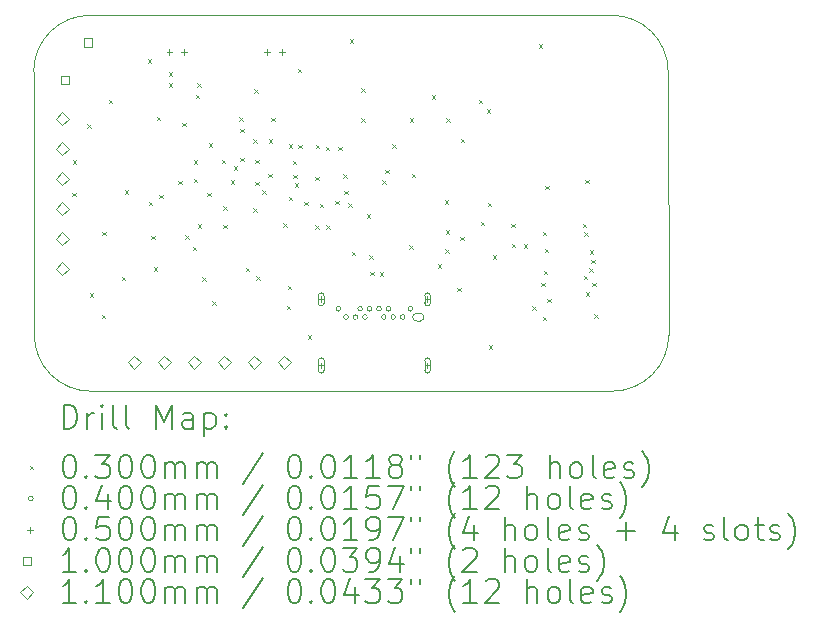
<source format=gbr>
%TF.GenerationSoftware,KiCad,Pcbnew,8.0.8*%
%TF.CreationDate,2025-02-18T00:43:51-08:00*%
%TF.ProjectId,OuterBoard_rev3.1,4f757465-7242-46f6-9172-645f72657633,rev?*%
%TF.SameCoordinates,Original*%
%TF.FileFunction,Drillmap*%
%TF.FilePolarity,Positive*%
%FSLAX45Y45*%
G04 Gerber Fmt 4.5, Leading zero omitted, Abs format (unit mm)*
G04 Created by KiCad (PCBNEW 8.0.8) date 2025-02-18 00:43:51*
%MOMM*%
%LPD*%
G01*
G04 APERTURE LIST*
%ADD10C,0.100000*%
%ADD11C,0.010000*%
%ADD12C,0.200000*%
%ADD13C,0.110000*%
G04 APERTURE END LIST*
D10*
X10708640Y-7942580D02*
X10713720Y-10170160D01*
X15603220Y-7465060D02*
G75*
G02*
X16080740Y-7942580I0J-477520D01*
G01*
X16080740Y-7942580D02*
X16085820Y-10170160D01*
X11186160Y-7465060D02*
X15603220Y-7465060D01*
X16085820Y-10170160D02*
G75*
G02*
X15608300Y-10647680I-477520J0D01*
G01*
X11191240Y-10647680D02*
X15608300Y-10647680D01*
X10708640Y-7942580D02*
G75*
G02*
X11186160Y-7465060I477520J0D01*
G01*
X11191240Y-10647680D02*
G75*
G02*
X10713720Y-10170160I0J477520D01*
G01*
D11*
X13950340Y-9987800D02*
X13980340Y-9987800D01*
X13950340Y-10052800D02*
X13980340Y-10052800D01*
X13950340Y-10052800D02*
G75*
G02*
X13950340Y-9987800I0J32500D01*
G01*
X13980340Y-9987800D02*
G75*
G02*
X13980340Y-10052800I0J-32500D01*
G01*
D12*
D10*
X11036540Y-8966440D02*
X11066540Y-8996440D01*
X11066540Y-8966440D02*
X11036540Y-8996440D01*
X11039080Y-8694660D02*
X11069080Y-8724660D01*
X11069080Y-8694660D02*
X11039080Y-8724660D01*
X11159900Y-8388760D02*
X11189900Y-8418760D01*
X11189900Y-8388760D02*
X11159900Y-8418760D01*
X11183860Y-9819880D02*
X11213860Y-9849880D01*
X11213860Y-9819880D02*
X11183860Y-9849880D01*
X11285460Y-10000220D02*
X11315460Y-10030220D01*
X11315460Y-10000220D02*
X11285460Y-10030220D01*
X11288000Y-9296640D02*
X11318000Y-9326640D01*
X11318000Y-9296640D02*
X11288000Y-9326640D01*
X11343313Y-8179040D02*
X11373313Y-8209040D01*
X11373313Y-8179040D02*
X11343313Y-8209040D01*
X11453100Y-9677640D02*
X11483100Y-9707640D01*
X11483100Y-9677640D02*
X11453100Y-9707640D01*
X11478500Y-8946120D02*
X11508500Y-8976120D01*
X11508500Y-8946120D02*
X11478500Y-8976120D01*
X11674080Y-7838680D02*
X11704080Y-7868680D01*
X11704080Y-7838680D02*
X11674080Y-7868680D01*
X11681700Y-9045180D02*
X11711700Y-9075180D01*
X11711700Y-9045180D02*
X11681700Y-9075180D01*
X11705107Y-9332754D02*
X11735107Y-9362754D01*
X11735107Y-9332754D02*
X11705107Y-9362754D01*
X11724670Y-9598900D02*
X11754670Y-9628900D01*
X11754670Y-9598900D02*
X11724670Y-9628900D01*
X11751830Y-8324810D02*
X11781830Y-8354810D01*
X11781830Y-8324810D02*
X11751830Y-8354810D01*
X11773968Y-8983129D02*
X11803968Y-9013129D01*
X11803968Y-8983129D02*
X11773968Y-9013129D01*
X11853870Y-7946880D02*
X11883870Y-7976880D01*
X11883870Y-7946880D02*
X11853870Y-7976880D01*
X11853870Y-8041880D02*
X11883870Y-8071880D01*
X11883870Y-8041880D02*
X11853870Y-8071880D01*
X11933380Y-8864340D02*
X11963380Y-8894340D01*
X11963380Y-8864340D02*
X11933380Y-8894340D01*
X11967055Y-8373537D02*
X11997055Y-8403538D01*
X11997055Y-8373537D02*
X11967055Y-8403538D01*
X11994120Y-9327120D02*
X12024120Y-9357120D01*
X12024120Y-9327120D02*
X11994120Y-9357120D01*
X12055080Y-9426180D02*
X12085080Y-9456180D01*
X12085080Y-9426180D02*
X12055080Y-9456180D01*
X12065240Y-8694660D02*
X12095240Y-8724660D01*
X12095240Y-8694660D02*
X12065240Y-8724660D01*
X12065240Y-8849660D02*
X12095240Y-8879660D01*
X12095240Y-8849660D02*
X12065240Y-8879660D01*
X12080480Y-8138880D02*
X12110480Y-8168880D01*
X12110480Y-8138880D02*
X12080480Y-8168880D01*
X12095720Y-8041880D02*
X12125720Y-8071880D01*
X12125720Y-8041880D02*
X12095720Y-8071880D01*
X12098260Y-9235460D02*
X12128260Y-9265460D01*
X12128260Y-9235460D02*
X12098260Y-9265460D01*
X12133820Y-9685260D02*
X12163820Y-9715260D01*
X12163820Y-9685260D02*
X12133820Y-9715260D01*
X12179312Y-8967971D02*
X12209312Y-8997971D01*
X12209312Y-8967971D02*
X12179312Y-8997971D01*
X12189700Y-8549880D02*
X12219700Y-8579880D01*
X12219700Y-8549880D02*
X12189700Y-8579880D01*
X12220180Y-9888460D02*
X12250180Y-9918460D01*
X12250180Y-9888460D02*
X12220180Y-9918460D01*
X12300300Y-8688140D02*
X12330300Y-8718140D01*
X12330300Y-8688140D02*
X12300300Y-8718140D01*
X12311620Y-9080460D02*
X12341620Y-9110460D01*
X12341620Y-9080460D02*
X12311620Y-9110460D01*
X12311620Y-9238220D02*
X12341620Y-9268220D01*
X12341620Y-9238220D02*
X12311620Y-9268220D01*
X12376000Y-8864000D02*
X12406000Y-8894000D01*
X12406000Y-8864000D02*
X12376000Y-8894000D01*
X12401045Y-8745620D02*
X12431045Y-8775620D01*
X12431045Y-8745620D02*
X12401045Y-8775620D01*
X12451160Y-8328900D02*
X12481160Y-8358900D01*
X12481160Y-8328900D02*
X12451160Y-8358900D01*
X12456400Y-8425420D02*
X12486400Y-8455420D01*
X12486400Y-8425420D02*
X12456400Y-8455420D01*
X12456560Y-8669830D02*
X12486560Y-8699830D01*
X12486560Y-8669830D02*
X12456560Y-8699830D01*
X12504660Y-9601440D02*
X12534660Y-9631440D01*
X12534660Y-9601440D02*
X12504660Y-9631440D01*
X12568000Y-8515880D02*
X12598000Y-8545880D01*
X12598000Y-8515880D02*
X12568000Y-8545880D01*
X12568000Y-9098520D02*
X12598000Y-9128520D01*
X12598000Y-9098520D02*
X12568000Y-9128520D01*
X12578320Y-8089980D02*
X12608320Y-8119980D01*
X12608320Y-8089980D02*
X12578320Y-8119980D01*
X12583400Y-8687040D02*
X12613400Y-8717040D01*
X12613400Y-8687040D02*
X12583400Y-8717040D01*
X12583400Y-8875000D02*
X12613400Y-8905000D01*
X12613400Y-8875000D02*
X12583400Y-8905000D01*
X12595000Y-9677000D02*
X12625000Y-9707000D01*
X12625000Y-9677000D02*
X12595000Y-9707000D01*
X12643640Y-8945367D02*
X12673640Y-8975367D01*
X12673640Y-8945367D02*
X12643640Y-8975367D01*
X12692620Y-8805600D02*
X12722620Y-8835600D01*
X12722620Y-8805600D02*
X12692620Y-8835600D01*
X12697761Y-8515880D02*
X12727761Y-8545880D01*
X12727761Y-8515880D02*
X12697761Y-8545880D01*
X12719570Y-8334460D02*
X12749570Y-8364460D01*
X12749570Y-8334460D02*
X12719570Y-8364460D01*
X12820731Y-9226085D02*
X12850731Y-9256085D01*
X12850731Y-9226085D02*
X12820731Y-9256085D01*
X12850239Y-9923481D02*
X12880239Y-9953481D01*
X12880239Y-9923481D02*
X12850239Y-9953481D01*
X12858000Y-9754000D02*
X12888000Y-9784000D01*
X12888000Y-9754000D02*
X12858000Y-9784000D01*
X12868974Y-9002088D02*
X12898974Y-9032088D01*
X12898974Y-9002088D02*
X12868974Y-9032088D01*
X12869370Y-8558390D02*
X12899370Y-8588390D01*
X12899370Y-8558390D02*
X12869370Y-8588390D01*
X12901457Y-8695217D02*
X12931457Y-8725217D01*
X12931457Y-8695217D02*
X12901457Y-8725217D01*
X12908520Y-8813850D02*
X12938520Y-8843850D01*
X12938520Y-8813850D02*
X12908520Y-8843850D01*
X12918030Y-8889455D02*
X12948030Y-8919455D01*
X12948030Y-8889455D02*
X12918030Y-8919455D01*
X12944240Y-7917420D02*
X12974240Y-7947420D01*
X12974240Y-7917420D02*
X12944240Y-7947420D01*
X12949160Y-8560040D02*
X12979160Y-8590040D01*
X12979160Y-8560040D02*
X12949160Y-8590040D01*
X12999960Y-9042640D02*
X13029960Y-9072640D01*
X13029960Y-9042640D02*
X12999960Y-9072640D01*
X13027900Y-10172940D02*
X13057900Y-10202940D01*
X13057900Y-10172940D02*
X13027900Y-10202940D01*
X13090408Y-9242421D02*
X13120408Y-9272421D01*
X13120408Y-9242421D02*
X13090408Y-9272421D01*
X13091948Y-8830758D02*
X13121948Y-8860758D01*
X13121948Y-8830758D02*
X13091948Y-8860758D01*
X13095840Y-8560040D02*
X13125840Y-8590040D01*
X13125840Y-8560040D02*
X13095840Y-8590040D01*
X13129500Y-9060420D02*
X13159500Y-9090420D01*
X13159500Y-9060420D02*
X13129500Y-9090420D01*
X13180300Y-8577820D02*
X13210300Y-8607820D01*
X13210300Y-8577820D02*
X13180300Y-8607820D01*
X13183750Y-9244709D02*
X13213750Y-9274709D01*
X13213750Y-9244709D02*
X13183750Y-9274709D01*
X13264120Y-9035020D02*
X13294120Y-9065020D01*
X13294120Y-9035020D02*
X13264120Y-9065020D01*
X13288030Y-8578920D02*
X13318030Y-8608920D01*
X13318030Y-8578920D02*
X13288030Y-8608920D01*
X13329470Y-8808960D02*
X13359470Y-8838960D01*
X13359470Y-8808960D02*
X13329470Y-8838960D01*
X13337780Y-8951200D02*
X13367780Y-8981200D01*
X13367780Y-8951200D02*
X13337780Y-8981200D01*
X13370800Y-9057880D02*
X13400800Y-9087880D01*
X13400800Y-9057880D02*
X13370800Y-9087880D01*
X13385000Y-7670000D02*
X13415000Y-7700000D01*
X13415000Y-7670000D02*
X13385000Y-7700000D01*
X13401280Y-9466820D02*
X13431280Y-9496820D01*
X13431280Y-9466820D02*
X13401280Y-9496820D01*
X13482000Y-8084000D02*
X13512000Y-8114000D01*
X13512000Y-8084000D02*
X13482000Y-8114000D01*
X13482000Y-8336000D02*
X13512000Y-8366000D01*
X13512000Y-8336000D02*
X13482000Y-8366000D01*
X13528290Y-9149320D02*
X13558290Y-9179320D01*
X13558290Y-9149320D02*
X13528290Y-9179320D01*
X13551140Y-9494760D02*
X13581140Y-9524760D01*
X13581140Y-9494760D02*
X13551140Y-9524760D01*
X13556220Y-9637000D02*
X13586220Y-9667000D01*
X13586220Y-9637000D02*
X13556220Y-9667000D01*
X13637500Y-9642080D02*
X13667500Y-9672080D01*
X13667500Y-9642080D02*
X13637500Y-9672080D01*
X13660360Y-8862300D02*
X13690360Y-8892300D01*
X13690360Y-8862300D02*
X13660360Y-8892300D01*
X13683220Y-8773400D02*
X13713220Y-8803400D01*
X13713220Y-8773400D02*
X13683220Y-8803400D01*
X13744180Y-8557500D02*
X13774180Y-8587500D01*
X13774180Y-8557500D02*
X13744180Y-8587500D01*
X13886390Y-9413510D02*
X13916390Y-9443510D01*
X13916390Y-9413510D02*
X13886390Y-9443510D01*
X13891500Y-8339060D02*
X13921500Y-8369060D01*
X13921500Y-8339060D02*
X13891500Y-8369060D01*
X13908880Y-8805640D02*
X13938880Y-8835640D01*
X13938880Y-8805640D02*
X13908880Y-8835640D01*
X14079460Y-8143480D02*
X14109460Y-8173480D01*
X14109460Y-8143480D02*
X14079460Y-8173480D01*
X14130260Y-9573500D02*
X14160260Y-9603500D01*
X14160260Y-9573500D02*
X14130260Y-9603500D01*
X14187880Y-9032690D02*
X14217880Y-9062690D01*
X14217880Y-9032690D02*
X14187880Y-9062690D01*
X14193760Y-9443960D02*
X14223760Y-9473960D01*
X14223760Y-9443960D02*
X14193760Y-9473960D01*
X14196149Y-9285722D02*
X14226149Y-9315722D01*
X14226149Y-9285722D02*
X14196149Y-9315722D01*
X14203920Y-8339060D02*
X14233920Y-8369060D01*
X14233920Y-8339060D02*
X14203920Y-8369060D01*
X14292820Y-9771620D02*
X14322820Y-9801620D01*
X14322820Y-9771620D02*
X14292820Y-9801620D01*
X14322000Y-9340000D02*
X14352000Y-9370000D01*
X14352000Y-9340000D02*
X14322000Y-9370000D01*
X14325840Y-8509240D02*
X14355840Y-8539240D01*
X14355840Y-8509240D02*
X14325840Y-8539240D01*
X14475960Y-8181580D02*
X14505960Y-8211580D01*
X14505960Y-8181580D02*
X14475960Y-8211580D01*
X14493480Y-9213460D02*
X14523480Y-9243460D01*
X14523480Y-9213460D02*
X14493480Y-9243460D01*
X14544280Y-8260320D02*
X14574280Y-8290320D01*
X14574280Y-8260320D02*
X14544280Y-8290320D01*
X14551900Y-9052800D02*
X14581900Y-9082800D01*
X14581900Y-9052800D02*
X14551900Y-9082800D01*
X14562060Y-10259300D02*
X14592060Y-10289300D01*
X14592060Y-10259300D02*
X14562060Y-10289300D01*
X14594890Y-9497300D02*
X14624890Y-9527300D01*
X14624890Y-9497300D02*
X14594890Y-9527300D01*
X14750020Y-9230600D02*
X14780020Y-9260600D01*
X14780020Y-9230600D02*
X14750020Y-9260600D01*
X14757640Y-9400780D02*
X14787640Y-9430780D01*
X14787640Y-9400780D02*
X14757640Y-9430780D01*
X14859240Y-9403320D02*
X14889240Y-9433320D01*
X14889240Y-9403320D02*
X14859240Y-9433320D01*
X14930000Y-9929100D02*
X14960000Y-9959100D01*
X14960000Y-9929100D02*
X14930000Y-9959100D01*
X14986240Y-7709140D02*
X15016240Y-7739140D01*
X15016240Y-7709140D02*
X14986240Y-7739140D01*
X15006560Y-9728440D02*
X15036560Y-9758440D01*
X15036560Y-9728440D02*
X15006560Y-9758440D01*
X15017000Y-10018640D02*
X15047000Y-10048640D01*
X15047000Y-10018640D02*
X15017000Y-10048640D01*
X15019260Y-9299180D02*
X15049260Y-9329180D01*
X15049260Y-9299180D02*
X15019260Y-9329180D01*
X15026880Y-9629380D02*
X15056880Y-9659380D01*
X15056880Y-9629380D02*
X15026880Y-9659380D01*
X15037040Y-9441420D02*
X15067040Y-9471420D01*
X15067040Y-9441420D02*
X15037040Y-9471420D01*
X15042120Y-8908020D02*
X15072120Y-8938020D01*
X15072120Y-8908020D02*
X15042120Y-8938020D01*
X15056000Y-9864240D02*
X15086000Y-9894240D01*
X15086000Y-9864240D02*
X15056000Y-9894240D01*
X15357509Y-9230027D02*
X15387509Y-9260027D01*
X15387509Y-9230027D02*
X15357509Y-9260027D01*
X15366000Y-9669000D02*
X15396000Y-9699000D01*
X15396000Y-9669000D02*
X15366000Y-9699000D01*
X15369780Y-9304260D02*
X15399780Y-9334260D01*
X15399780Y-9304260D02*
X15369780Y-9334260D01*
X15379940Y-8857220D02*
X15409940Y-8887220D01*
X15409940Y-8857220D02*
X15379940Y-8887220D01*
X15382000Y-9809000D02*
X15412000Y-9839000D01*
X15412000Y-9809000D02*
X15382000Y-9839000D01*
X15411325Y-9608944D02*
X15441325Y-9638944D01*
X15441325Y-9608944D02*
X15411325Y-9638944D01*
X15415000Y-9455000D02*
X15445000Y-9485000D01*
X15445000Y-9455000D02*
X15415000Y-9485000D01*
X15429000Y-9534000D02*
X15459000Y-9564000D01*
X15459000Y-9534000D02*
X15429000Y-9564000D01*
X15436460Y-9730500D02*
X15466460Y-9760500D01*
X15466460Y-9730500D02*
X15436460Y-9760500D01*
X15453600Y-9995140D02*
X15483600Y-10025140D01*
X15483600Y-9995140D02*
X15453600Y-10025140D01*
X13307840Y-9950300D02*
G75*
G02*
X13267840Y-9950300I-20000J0D01*
G01*
X13267840Y-9950300D02*
G75*
G02*
X13307840Y-9950300I20000J0D01*
G01*
X13372840Y-10020300D02*
G75*
G02*
X13332840Y-10020300I-20000J0D01*
G01*
X13332840Y-10020300D02*
G75*
G02*
X13372840Y-10020300I20000J0D01*
G01*
X13452840Y-10020300D02*
G75*
G02*
X13412840Y-10020300I-20000J0D01*
G01*
X13412840Y-10020300D02*
G75*
G02*
X13452840Y-10020300I20000J0D01*
G01*
X13492840Y-9950300D02*
G75*
G02*
X13452840Y-9950300I-20000J0D01*
G01*
X13452840Y-9950300D02*
G75*
G02*
X13492840Y-9950300I20000J0D01*
G01*
X13532840Y-10020300D02*
G75*
G02*
X13492840Y-10020300I-20000J0D01*
G01*
X13492840Y-10020300D02*
G75*
G02*
X13532840Y-10020300I20000J0D01*
G01*
X13572840Y-9950300D02*
G75*
G02*
X13532840Y-9950300I-20000J0D01*
G01*
X13532840Y-9950300D02*
G75*
G02*
X13572840Y-9950300I20000J0D01*
G01*
X13652840Y-9950300D02*
G75*
G02*
X13612840Y-9950300I-20000J0D01*
G01*
X13612840Y-9950300D02*
G75*
G02*
X13652840Y-9950300I20000J0D01*
G01*
X13692840Y-10020300D02*
G75*
G02*
X13652840Y-10020300I-20000J0D01*
G01*
X13652840Y-10020300D02*
G75*
G02*
X13692840Y-10020300I20000J0D01*
G01*
X13732840Y-9950300D02*
G75*
G02*
X13692840Y-9950300I-20000J0D01*
G01*
X13692840Y-9950300D02*
G75*
G02*
X13732840Y-9950300I20000J0D01*
G01*
X13772840Y-10020300D02*
G75*
G02*
X13732840Y-10020300I-20000J0D01*
G01*
X13732840Y-10020300D02*
G75*
G02*
X13772840Y-10020300I20000J0D01*
G01*
X13852840Y-10020300D02*
G75*
G02*
X13812840Y-10020300I-20000J0D01*
G01*
X13812840Y-10020300D02*
G75*
G02*
X13852840Y-10020300I20000J0D01*
G01*
X13917840Y-9950300D02*
G75*
G02*
X13877840Y-9950300I-20000J0D01*
G01*
X13877840Y-9950300D02*
G75*
G02*
X13917840Y-9950300I20000J0D01*
G01*
X11858720Y-7755020D02*
X11858720Y-7805020D01*
X11833720Y-7780020D02*
X11883720Y-7780020D01*
X11983720Y-7755020D02*
X11983720Y-7805020D01*
X11958720Y-7780020D02*
X12008720Y-7780020D01*
X12686760Y-7749940D02*
X12686760Y-7799940D01*
X12661760Y-7774940D02*
X12711760Y-7774940D01*
X12811760Y-7749940D02*
X12811760Y-7799940D01*
X12786760Y-7774940D02*
X12836760Y-7774940D01*
X13142840Y-9845300D02*
X13142840Y-9895300D01*
X13117840Y-9870300D02*
X13167840Y-9870300D01*
X13117840Y-9840300D02*
X13117840Y-9900300D01*
X13167840Y-9900300D02*
G75*
G02*
X13117840Y-9900300I-25000J0D01*
G01*
X13167840Y-9900300D02*
X13167840Y-9840300D01*
X13167840Y-9840300D02*
G75*
G03*
X13117840Y-9840300I-25000J0D01*
G01*
X13142840Y-10405300D02*
X13142840Y-10455300D01*
X13117840Y-10430300D02*
X13167840Y-10430300D01*
X13117840Y-10390300D02*
X13117840Y-10470300D01*
X13167840Y-10470300D02*
G75*
G02*
X13117840Y-10470300I-25000J0D01*
G01*
X13167840Y-10470300D02*
X13167840Y-10390300D01*
X13167840Y-10390300D02*
G75*
G03*
X13117840Y-10390300I-25000J0D01*
G01*
X14042840Y-9845300D02*
X14042840Y-9895300D01*
X14017840Y-9870300D02*
X14067840Y-9870300D01*
X14017840Y-9840300D02*
X14017840Y-9900300D01*
X14067840Y-9900300D02*
G75*
G02*
X14017840Y-9900300I-25000J0D01*
G01*
X14067840Y-9900300D02*
X14067840Y-9840300D01*
X14067840Y-9840300D02*
G75*
G03*
X14017840Y-9840300I-25000J0D01*
G01*
X14042840Y-10405300D02*
X14042840Y-10455300D01*
X14017840Y-10430300D02*
X14067840Y-10430300D01*
X14017840Y-10390300D02*
X14017840Y-10470300D01*
X14067840Y-10470300D02*
G75*
G02*
X14017840Y-10470300I-25000J0D01*
G01*
X14067840Y-10470300D02*
X14067840Y-10390300D01*
X14067840Y-10390300D02*
G75*
G03*
X14017840Y-10390300I-25000J0D01*
G01*
X11008156Y-8049056D02*
X11008156Y-7978344D01*
X10937444Y-7978344D01*
X10937444Y-8049056D01*
X11008156Y-8049056D01*
X11203736Y-7731556D02*
X11203736Y-7660844D01*
X11133024Y-7660844D01*
X11133024Y-7731556D01*
X11203736Y-7731556D01*
D13*
X10952480Y-8396360D02*
X11007480Y-8341360D01*
X10952480Y-8286360D01*
X10897480Y-8341360D01*
X10952480Y-8396360D01*
X10952480Y-8650360D02*
X11007480Y-8595360D01*
X10952480Y-8540360D01*
X10897480Y-8595360D01*
X10952480Y-8650360D01*
X10952480Y-8904360D02*
X11007480Y-8849360D01*
X10952480Y-8794360D01*
X10897480Y-8849360D01*
X10952480Y-8904360D01*
X10952480Y-9158360D02*
X11007480Y-9103360D01*
X10952480Y-9048360D01*
X10897480Y-9103360D01*
X10952480Y-9158360D01*
X10952480Y-9412360D02*
X11007480Y-9357360D01*
X10952480Y-9302360D01*
X10897480Y-9357360D01*
X10952480Y-9412360D01*
X10952480Y-9666360D02*
X11007480Y-9611360D01*
X10952480Y-9556360D01*
X10897480Y-9611360D01*
X10952480Y-9666360D01*
X11562080Y-10456300D02*
X11617080Y-10401300D01*
X11562080Y-10346300D01*
X11507080Y-10401300D01*
X11562080Y-10456300D01*
X11816080Y-10456300D02*
X11871080Y-10401300D01*
X11816080Y-10346300D01*
X11761080Y-10401300D01*
X11816080Y-10456300D01*
X12070080Y-10456300D02*
X12125080Y-10401300D01*
X12070080Y-10346300D01*
X12015080Y-10401300D01*
X12070080Y-10456300D01*
X12324080Y-10456300D02*
X12379080Y-10401300D01*
X12324080Y-10346300D01*
X12269080Y-10401300D01*
X12324080Y-10456300D01*
X12578080Y-10456300D02*
X12633080Y-10401300D01*
X12578080Y-10346300D01*
X12523080Y-10401300D01*
X12578080Y-10456300D01*
X12832080Y-10456300D02*
X12887080Y-10401300D01*
X12832080Y-10346300D01*
X12777080Y-10401300D01*
X12832080Y-10456300D01*
D12*
X10964417Y-10964164D02*
X10964417Y-10764164D01*
X10964417Y-10764164D02*
X11012036Y-10764164D01*
X11012036Y-10764164D02*
X11040607Y-10773688D01*
X11040607Y-10773688D02*
X11059655Y-10792735D01*
X11059655Y-10792735D02*
X11069179Y-10811783D01*
X11069179Y-10811783D02*
X11078703Y-10849878D01*
X11078703Y-10849878D02*
X11078703Y-10878450D01*
X11078703Y-10878450D02*
X11069179Y-10916545D01*
X11069179Y-10916545D02*
X11059655Y-10935592D01*
X11059655Y-10935592D02*
X11040607Y-10954640D01*
X11040607Y-10954640D02*
X11012036Y-10964164D01*
X11012036Y-10964164D02*
X10964417Y-10964164D01*
X11164417Y-10964164D02*
X11164417Y-10830830D01*
X11164417Y-10868926D02*
X11173941Y-10849878D01*
X11173941Y-10849878D02*
X11183464Y-10840354D01*
X11183464Y-10840354D02*
X11202512Y-10830830D01*
X11202512Y-10830830D02*
X11221560Y-10830830D01*
X11288226Y-10964164D02*
X11288226Y-10830830D01*
X11288226Y-10764164D02*
X11278702Y-10773688D01*
X11278702Y-10773688D02*
X11288226Y-10783211D01*
X11288226Y-10783211D02*
X11297750Y-10773688D01*
X11297750Y-10773688D02*
X11288226Y-10764164D01*
X11288226Y-10764164D02*
X11288226Y-10783211D01*
X11412036Y-10964164D02*
X11392988Y-10954640D01*
X11392988Y-10954640D02*
X11383464Y-10935592D01*
X11383464Y-10935592D02*
X11383464Y-10764164D01*
X11516798Y-10964164D02*
X11497750Y-10954640D01*
X11497750Y-10954640D02*
X11488226Y-10935592D01*
X11488226Y-10935592D02*
X11488226Y-10764164D01*
X11745369Y-10964164D02*
X11745369Y-10764164D01*
X11745369Y-10764164D02*
X11812036Y-10907021D01*
X11812036Y-10907021D02*
X11878702Y-10764164D01*
X11878702Y-10764164D02*
X11878702Y-10964164D01*
X12059655Y-10964164D02*
X12059655Y-10859402D01*
X12059655Y-10859402D02*
X12050131Y-10840354D01*
X12050131Y-10840354D02*
X12031083Y-10830830D01*
X12031083Y-10830830D02*
X11992988Y-10830830D01*
X11992988Y-10830830D02*
X11973941Y-10840354D01*
X12059655Y-10954640D02*
X12040607Y-10964164D01*
X12040607Y-10964164D02*
X11992988Y-10964164D01*
X11992988Y-10964164D02*
X11973941Y-10954640D01*
X11973941Y-10954640D02*
X11964417Y-10935592D01*
X11964417Y-10935592D02*
X11964417Y-10916545D01*
X11964417Y-10916545D02*
X11973941Y-10897497D01*
X11973941Y-10897497D02*
X11992988Y-10887973D01*
X11992988Y-10887973D02*
X12040607Y-10887973D01*
X12040607Y-10887973D02*
X12059655Y-10878450D01*
X12154893Y-10830830D02*
X12154893Y-11030830D01*
X12154893Y-10840354D02*
X12173941Y-10830830D01*
X12173941Y-10830830D02*
X12212036Y-10830830D01*
X12212036Y-10830830D02*
X12231083Y-10840354D01*
X12231083Y-10840354D02*
X12240607Y-10849878D01*
X12240607Y-10849878D02*
X12250131Y-10868926D01*
X12250131Y-10868926D02*
X12250131Y-10926069D01*
X12250131Y-10926069D02*
X12240607Y-10945116D01*
X12240607Y-10945116D02*
X12231083Y-10954640D01*
X12231083Y-10954640D02*
X12212036Y-10964164D01*
X12212036Y-10964164D02*
X12173941Y-10964164D01*
X12173941Y-10964164D02*
X12154893Y-10954640D01*
X12335845Y-10945116D02*
X12345369Y-10954640D01*
X12345369Y-10954640D02*
X12335845Y-10964164D01*
X12335845Y-10964164D02*
X12326322Y-10954640D01*
X12326322Y-10954640D02*
X12335845Y-10945116D01*
X12335845Y-10945116D02*
X12335845Y-10964164D01*
X12335845Y-10840354D02*
X12345369Y-10849878D01*
X12345369Y-10849878D02*
X12335845Y-10859402D01*
X12335845Y-10859402D02*
X12326322Y-10849878D01*
X12326322Y-10849878D02*
X12335845Y-10840354D01*
X12335845Y-10840354D02*
X12335845Y-10859402D01*
D10*
X10673640Y-11277680D02*
X10703640Y-11307680D01*
X10703640Y-11277680D02*
X10673640Y-11307680D01*
D12*
X11002512Y-11184164D02*
X11021560Y-11184164D01*
X11021560Y-11184164D02*
X11040607Y-11193688D01*
X11040607Y-11193688D02*
X11050131Y-11203211D01*
X11050131Y-11203211D02*
X11059655Y-11222259D01*
X11059655Y-11222259D02*
X11069179Y-11260354D01*
X11069179Y-11260354D02*
X11069179Y-11307973D01*
X11069179Y-11307973D02*
X11059655Y-11346068D01*
X11059655Y-11346068D02*
X11050131Y-11365116D01*
X11050131Y-11365116D02*
X11040607Y-11374640D01*
X11040607Y-11374640D02*
X11021560Y-11384164D01*
X11021560Y-11384164D02*
X11002512Y-11384164D01*
X11002512Y-11384164D02*
X10983464Y-11374640D01*
X10983464Y-11374640D02*
X10973941Y-11365116D01*
X10973941Y-11365116D02*
X10964417Y-11346068D01*
X10964417Y-11346068D02*
X10954893Y-11307973D01*
X10954893Y-11307973D02*
X10954893Y-11260354D01*
X10954893Y-11260354D02*
X10964417Y-11222259D01*
X10964417Y-11222259D02*
X10973941Y-11203211D01*
X10973941Y-11203211D02*
X10983464Y-11193688D01*
X10983464Y-11193688D02*
X11002512Y-11184164D01*
X11154893Y-11365116D02*
X11164417Y-11374640D01*
X11164417Y-11374640D02*
X11154893Y-11384164D01*
X11154893Y-11384164D02*
X11145369Y-11374640D01*
X11145369Y-11374640D02*
X11154893Y-11365116D01*
X11154893Y-11365116D02*
X11154893Y-11384164D01*
X11231083Y-11184164D02*
X11354893Y-11184164D01*
X11354893Y-11184164D02*
X11288226Y-11260354D01*
X11288226Y-11260354D02*
X11316798Y-11260354D01*
X11316798Y-11260354D02*
X11335845Y-11269878D01*
X11335845Y-11269878D02*
X11345369Y-11279402D01*
X11345369Y-11279402D02*
X11354893Y-11298449D01*
X11354893Y-11298449D02*
X11354893Y-11346068D01*
X11354893Y-11346068D02*
X11345369Y-11365116D01*
X11345369Y-11365116D02*
X11335845Y-11374640D01*
X11335845Y-11374640D02*
X11316798Y-11384164D01*
X11316798Y-11384164D02*
X11259655Y-11384164D01*
X11259655Y-11384164D02*
X11240607Y-11374640D01*
X11240607Y-11374640D02*
X11231083Y-11365116D01*
X11478702Y-11184164D02*
X11497750Y-11184164D01*
X11497750Y-11184164D02*
X11516798Y-11193688D01*
X11516798Y-11193688D02*
X11526322Y-11203211D01*
X11526322Y-11203211D02*
X11535845Y-11222259D01*
X11535845Y-11222259D02*
X11545369Y-11260354D01*
X11545369Y-11260354D02*
X11545369Y-11307973D01*
X11545369Y-11307973D02*
X11535845Y-11346068D01*
X11535845Y-11346068D02*
X11526322Y-11365116D01*
X11526322Y-11365116D02*
X11516798Y-11374640D01*
X11516798Y-11374640D02*
X11497750Y-11384164D01*
X11497750Y-11384164D02*
X11478702Y-11384164D01*
X11478702Y-11384164D02*
X11459655Y-11374640D01*
X11459655Y-11374640D02*
X11450131Y-11365116D01*
X11450131Y-11365116D02*
X11440607Y-11346068D01*
X11440607Y-11346068D02*
X11431083Y-11307973D01*
X11431083Y-11307973D02*
X11431083Y-11260354D01*
X11431083Y-11260354D02*
X11440607Y-11222259D01*
X11440607Y-11222259D02*
X11450131Y-11203211D01*
X11450131Y-11203211D02*
X11459655Y-11193688D01*
X11459655Y-11193688D02*
X11478702Y-11184164D01*
X11669179Y-11184164D02*
X11688226Y-11184164D01*
X11688226Y-11184164D02*
X11707274Y-11193688D01*
X11707274Y-11193688D02*
X11716798Y-11203211D01*
X11716798Y-11203211D02*
X11726322Y-11222259D01*
X11726322Y-11222259D02*
X11735845Y-11260354D01*
X11735845Y-11260354D02*
X11735845Y-11307973D01*
X11735845Y-11307973D02*
X11726322Y-11346068D01*
X11726322Y-11346068D02*
X11716798Y-11365116D01*
X11716798Y-11365116D02*
X11707274Y-11374640D01*
X11707274Y-11374640D02*
X11688226Y-11384164D01*
X11688226Y-11384164D02*
X11669179Y-11384164D01*
X11669179Y-11384164D02*
X11650131Y-11374640D01*
X11650131Y-11374640D02*
X11640607Y-11365116D01*
X11640607Y-11365116D02*
X11631083Y-11346068D01*
X11631083Y-11346068D02*
X11621560Y-11307973D01*
X11621560Y-11307973D02*
X11621560Y-11260354D01*
X11621560Y-11260354D02*
X11631083Y-11222259D01*
X11631083Y-11222259D02*
X11640607Y-11203211D01*
X11640607Y-11203211D02*
X11650131Y-11193688D01*
X11650131Y-11193688D02*
X11669179Y-11184164D01*
X11821560Y-11384164D02*
X11821560Y-11250830D01*
X11821560Y-11269878D02*
X11831083Y-11260354D01*
X11831083Y-11260354D02*
X11850131Y-11250830D01*
X11850131Y-11250830D02*
X11878703Y-11250830D01*
X11878703Y-11250830D02*
X11897750Y-11260354D01*
X11897750Y-11260354D02*
X11907274Y-11279402D01*
X11907274Y-11279402D02*
X11907274Y-11384164D01*
X11907274Y-11279402D02*
X11916798Y-11260354D01*
X11916798Y-11260354D02*
X11935845Y-11250830D01*
X11935845Y-11250830D02*
X11964417Y-11250830D01*
X11964417Y-11250830D02*
X11983464Y-11260354D01*
X11983464Y-11260354D02*
X11992988Y-11279402D01*
X11992988Y-11279402D02*
X11992988Y-11384164D01*
X12088226Y-11384164D02*
X12088226Y-11250830D01*
X12088226Y-11269878D02*
X12097750Y-11260354D01*
X12097750Y-11260354D02*
X12116798Y-11250830D01*
X12116798Y-11250830D02*
X12145369Y-11250830D01*
X12145369Y-11250830D02*
X12164417Y-11260354D01*
X12164417Y-11260354D02*
X12173941Y-11279402D01*
X12173941Y-11279402D02*
X12173941Y-11384164D01*
X12173941Y-11279402D02*
X12183464Y-11260354D01*
X12183464Y-11260354D02*
X12202512Y-11250830D01*
X12202512Y-11250830D02*
X12231083Y-11250830D01*
X12231083Y-11250830D02*
X12250131Y-11260354D01*
X12250131Y-11260354D02*
X12259655Y-11279402D01*
X12259655Y-11279402D02*
X12259655Y-11384164D01*
X12650131Y-11174640D02*
X12478703Y-11431783D01*
X12907274Y-11184164D02*
X12926322Y-11184164D01*
X12926322Y-11184164D02*
X12945369Y-11193688D01*
X12945369Y-11193688D02*
X12954893Y-11203211D01*
X12954893Y-11203211D02*
X12964417Y-11222259D01*
X12964417Y-11222259D02*
X12973941Y-11260354D01*
X12973941Y-11260354D02*
X12973941Y-11307973D01*
X12973941Y-11307973D02*
X12964417Y-11346068D01*
X12964417Y-11346068D02*
X12954893Y-11365116D01*
X12954893Y-11365116D02*
X12945369Y-11374640D01*
X12945369Y-11374640D02*
X12926322Y-11384164D01*
X12926322Y-11384164D02*
X12907274Y-11384164D01*
X12907274Y-11384164D02*
X12888226Y-11374640D01*
X12888226Y-11374640D02*
X12878703Y-11365116D01*
X12878703Y-11365116D02*
X12869179Y-11346068D01*
X12869179Y-11346068D02*
X12859655Y-11307973D01*
X12859655Y-11307973D02*
X12859655Y-11260354D01*
X12859655Y-11260354D02*
X12869179Y-11222259D01*
X12869179Y-11222259D02*
X12878703Y-11203211D01*
X12878703Y-11203211D02*
X12888226Y-11193688D01*
X12888226Y-11193688D02*
X12907274Y-11184164D01*
X13059655Y-11365116D02*
X13069179Y-11374640D01*
X13069179Y-11374640D02*
X13059655Y-11384164D01*
X13059655Y-11384164D02*
X13050131Y-11374640D01*
X13050131Y-11374640D02*
X13059655Y-11365116D01*
X13059655Y-11365116D02*
X13059655Y-11384164D01*
X13192988Y-11184164D02*
X13212036Y-11184164D01*
X13212036Y-11184164D02*
X13231084Y-11193688D01*
X13231084Y-11193688D02*
X13240607Y-11203211D01*
X13240607Y-11203211D02*
X13250131Y-11222259D01*
X13250131Y-11222259D02*
X13259655Y-11260354D01*
X13259655Y-11260354D02*
X13259655Y-11307973D01*
X13259655Y-11307973D02*
X13250131Y-11346068D01*
X13250131Y-11346068D02*
X13240607Y-11365116D01*
X13240607Y-11365116D02*
X13231084Y-11374640D01*
X13231084Y-11374640D02*
X13212036Y-11384164D01*
X13212036Y-11384164D02*
X13192988Y-11384164D01*
X13192988Y-11384164D02*
X13173941Y-11374640D01*
X13173941Y-11374640D02*
X13164417Y-11365116D01*
X13164417Y-11365116D02*
X13154893Y-11346068D01*
X13154893Y-11346068D02*
X13145369Y-11307973D01*
X13145369Y-11307973D02*
X13145369Y-11260354D01*
X13145369Y-11260354D02*
X13154893Y-11222259D01*
X13154893Y-11222259D02*
X13164417Y-11203211D01*
X13164417Y-11203211D02*
X13173941Y-11193688D01*
X13173941Y-11193688D02*
X13192988Y-11184164D01*
X13450131Y-11384164D02*
X13335846Y-11384164D01*
X13392988Y-11384164D02*
X13392988Y-11184164D01*
X13392988Y-11184164D02*
X13373941Y-11212735D01*
X13373941Y-11212735D02*
X13354893Y-11231783D01*
X13354893Y-11231783D02*
X13335846Y-11241307D01*
X13640607Y-11384164D02*
X13526322Y-11384164D01*
X13583465Y-11384164D02*
X13583465Y-11184164D01*
X13583465Y-11184164D02*
X13564417Y-11212735D01*
X13564417Y-11212735D02*
X13545369Y-11231783D01*
X13545369Y-11231783D02*
X13526322Y-11241307D01*
X13754893Y-11269878D02*
X13735846Y-11260354D01*
X13735846Y-11260354D02*
X13726322Y-11250830D01*
X13726322Y-11250830D02*
X13716798Y-11231783D01*
X13716798Y-11231783D02*
X13716798Y-11222259D01*
X13716798Y-11222259D02*
X13726322Y-11203211D01*
X13726322Y-11203211D02*
X13735846Y-11193688D01*
X13735846Y-11193688D02*
X13754893Y-11184164D01*
X13754893Y-11184164D02*
X13792988Y-11184164D01*
X13792988Y-11184164D02*
X13812036Y-11193688D01*
X13812036Y-11193688D02*
X13821560Y-11203211D01*
X13821560Y-11203211D02*
X13831084Y-11222259D01*
X13831084Y-11222259D02*
X13831084Y-11231783D01*
X13831084Y-11231783D02*
X13821560Y-11250830D01*
X13821560Y-11250830D02*
X13812036Y-11260354D01*
X13812036Y-11260354D02*
X13792988Y-11269878D01*
X13792988Y-11269878D02*
X13754893Y-11269878D01*
X13754893Y-11269878D02*
X13735846Y-11279402D01*
X13735846Y-11279402D02*
X13726322Y-11288926D01*
X13726322Y-11288926D02*
X13716798Y-11307973D01*
X13716798Y-11307973D02*
X13716798Y-11346068D01*
X13716798Y-11346068D02*
X13726322Y-11365116D01*
X13726322Y-11365116D02*
X13735846Y-11374640D01*
X13735846Y-11374640D02*
X13754893Y-11384164D01*
X13754893Y-11384164D02*
X13792988Y-11384164D01*
X13792988Y-11384164D02*
X13812036Y-11374640D01*
X13812036Y-11374640D02*
X13821560Y-11365116D01*
X13821560Y-11365116D02*
X13831084Y-11346068D01*
X13831084Y-11346068D02*
X13831084Y-11307973D01*
X13831084Y-11307973D02*
X13821560Y-11288926D01*
X13821560Y-11288926D02*
X13812036Y-11279402D01*
X13812036Y-11279402D02*
X13792988Y-11269878D01*
X13907274Y-11184164D02*
X13907274Y-11222259D01*
X13983465Y-11184164D02*
X13983465Y-11222259D01*
X14278703Y-11460354D02*
X14269179Y-11450830D01*
X14269179Y-11450830D02*
X14250131Y-11422259D01*
X14250131Y-11422259D02*
X14240608Y-11403211D01*
X14240608Y-11403211D02*
X14231084Y-11374640D01*
X14231084Y-11374640D02*
X14221560Y-11327021D01*
X14221560Y-11327021D02*
X14221560Y-11288926D01*
X14221560Y-11288926D02*
X14231084Y-11241307D01*
X14231084Y-11241307D02*
X14240608Y-11212735D01*
X14240608Y-11212735D02*
X14250131Y-11193688D01*
X14250131Y-11193688D02*
X14269179Y-11165116D01*
X14269179Y-11165116D02*
X14278703Y-11155592D01*
X14459655Y-11384164D02*
X14345369Y-11384164D01*
X14402512Y-11384164D02*
X14402512Y-11184164D01*
X14402512Y-11184164D02*
X14383465Y-11212735D01*
X14383465Y-11212735D02*
X14364417Y-11231783D01*
X14364417Y-11231783D02*
X14345369Y-11241307D01*
X14535846Y-11203211D02*
X14545369Y-11193688D01*
X14545369Y-11193688D02*
X14564417Y-11184164D01*
X14564417Y-11184164D02*
X14612036Y-11184164D01*
X14612036Y-11184164D02*
X14631084Y-11193688D01*
X14631084Y-11193688D02*
X14640608Y-11203211D01*
X14640608Y-11203211D02*
X14650131Y-11222259D01*
X14650131Y-11222259D02*
X14650131Y-11241307D01*
X14650131Y-11241307D02*
X14640608Y-11269878D01*
X14640608Y-11269878D02*
X14526322Y-11384164D01*
X14526322Y-11384164D02*
X14650131Y-11384164D01*
X14716798Y-11184164D02*
X14840608Y-11184164D01*
X14840608Y-11184164D02*
X14773941Y-11260354D01*
X14773941Y-11260354D02*
X14802512Y-11260354D01*
X14802512Y-11260354D02*
X14821560Y-11269878D01*
X14821560Y-11269878D02*
X14831084Y-11279402D01*
X14831084Y-11279402D02*
X14840608Y-11298449D01*
X14840608Y-11298449D02*
X14840608Y-11346068D01*
X14840608Y-11346068D02*
X14831084Y-11365116D01*
X14831084Y-11365116D02*
X14821560Y-11374640D01*
X14821560Y-11374640D02*
X14802512Y-11384164D01*
X14802512Y-11384164D02*
X14745369Y-11384164D01*
X14745369Y-11384164D02*
X14726322Y-11374640D01*
X14726322Y-11374640D02*
X14716798Y-11365116D01*
X15078703Y-11384164D02*
X15078703Y-11184164D01*
X15164417Y-11384164D02*
X15164417Y-11279402D01*
X15164417Y-11279402D02*
X15154893Y-11260354D01*
X15154893Y-11260354D02*
X15135846Y-11250830D01*
X15135846Y-11250830D02*
X15107274Y-11250830D01*
X15107274Y-11250830D02*
X15088227Y-11260354D01*
X15088227Y-11260354D02*
X15078703Y-11269878D01*
X15288227Y-11384164D02*
X15269179Y-11374640D01*
X15269179Y-11374640D02*
X15259655Y-11365116D01*
X15259655Y-11365116D02*
X15250131Y-11346068D01*
X15250131Y-11346068D02*
X15250131Y-11288926D01*
X15250131Y-11288926D02*
X15259655Y-11269878D01*
X15259655Y-11269878D02*
X15269179Y-11260354D01*
X15269179Y-11260354D02*
X15288227Y-11250830D01*
X15288227Y-11250830D02*
X15316798Y-11250830D01*
X15316798Y-11250830D02*
X15335846Y-11260354D01*
X15335846Y-11260354D02*
X15345370Y-11269878D01*
X15345370Y-11269878D02*
X15354893Y-11288926D01*
X15354893Y-11288926D02*
X15354893Y-11346068D01*
X15354893Y-11346068D02*
X15345370Y-11365116D01*
X15345370Y-11365116D02*
X15335846Y-11374640D01*
X15335846Y-11374640D02*
X15316798Y-11384164D01*
X15316798Y-11384164D02*
X15288227Y-11384164D01*
X15469179Y-11384164D02*
X15450131Y-11374640D01*
X15450131Y-11374640D02*
X15440608Y-11355592D01*
X15440608Y-11355592D02*
X15440608Y-11184164D01*
X15621560Y-11374640D02*
X15602512Y-11384164D01*
X15602512Y-11384164D02*
X15564417Y-11384164D01*
X15564417Y-11384164D02*
X15545370Y-11374640D01*
X15545370Y-11374640D02*
X15535846Y-11355592D01*
X15535846Y-11355592D02*
X15535846Y-11279402D01*
X15535846Y-11279402D02*
X15545370Y-11260354D01*
X15545370Y-11260354D02*
X15564417Y-11250830D01*
X15564417Y-11250830D02*
X15602512Y-11250830D01*
X15602512Y-11250830D02*
X15621560Y-11260354D01*
X15621560Y-11260354D02*
X15631084Y-11279402D01*
X15631084Y-11279402D02*
X15631084Y-11298449D01*
X15631084Y-11298449D02*
X15535846Y-11317497D01*
X15707274Y-11374640D02*
X15726322Y-11384164D01*
X15726322Y-11384164D02*
X15764417Y-11384164D01*
X15764417Y-11384164D02*
X15783465Y-11374640D01*
X15783465Y-11374640D02*
X15792989Y-11355592D01*
X15792989Y-11355592D02*
X15792989Y-11346068D01*
X15792989Y-11346068D02*
X15783465Y-11327021D01*
X15783465Y-11327021D02*
X15764417Y-11317497D01*
X15764417Y-11317497D02*
X15735846Y-11317497D01*
X15735846Y-11317497D02*
X15716798Y-11307973D01*
X15716798Y-11307973D02*
X15707274Y-11288926D01*
X15707274Y-11288926D02*
X15707274Y-11279402D01*
X15707274Y-11279402D02*
X15716798Y-11260354D01*
X15716798Y-11260354D02*
X15735846Y-11250830D01*
X15735846Y-11250830D02*
X15764417Y-11250830D01*
X15764417Y-11250830D02*
X15783465Y-11260354D01*
X15859655Y-11460354D02*
X15869179Y-11450830D01*
X15869179Y-11450830D02*
X15888227Y-11422259D01*
X15888227Y-11422259D02*
X15897751Y-11403211D01*
X15897751Y-11403211D02*
X15907274Y-11374640D01*
X15907274Y-11374640D02*
X15916798Y-11327021D01*
X15916798Y-11327021D02*
X15916798Y-11288926D01*
X15916798Y-11288926D02*
X15907274Y-11241307D01*
X15907274Y-11241307D02*
X15897751Y-11212735D01*
X15897751Y-11212735D02*
X15888227Y-11193688D01*
X15888227Y-11193688D02*
X15869179Y-11165116D01*
X15869179Y-11165116D02*
X15859655Y-11155592D01*
D10*
X10703640Y-11556680D02*
G75*
G02*
X10663640Y-11556680I-20000J0D01*
G01*
X10663640Y-11556680D02*
G75*
G02*
X10703640Y-11556680I20000J0D01*
G01*
D12*
X11002512Y-11448164D02*
X11021560Y-11448164D01*
X11021560Y-11448164D02*
X11040607Y-11457688D01*
X11040607Y-11457688D02*
X11050131Y-11467211D01*
X11050131Y-11467211D02*
X11059655Y-11486259D01*
X11059655Y-11486259D02*
X11069179Y-11524354D01*
X11069179Y-11524354D02*
X11069179Y-11571973D01*
X11069179Y-11571973D02*
X11059655Y-11610068D01*
X11059655Y-11610068D02*
X11050131Y-11629116D01*
X11050131Y-11629116D02*
X11040607Y-11638640D01*
X11040607Y-11638640D02*
X11021560Y-11648164D01*
X11021560Y-11648164D02*
X11002512Y-11648164D01*
X11002512Y-11648164D02*
X10983464Y-11638640D01*
X10983464Y-11638640D02*
X10973941Y-11629116D01*
X10973941Y-11629116D02*
X10964417Y-11610068D01*
X10964417Y-11610068D02*
X10954893Y-11571973D01*
X10954893Y-11571973D02*
X10954893Y-11524354D01*
X10954893Y-11524354D02*
X10964417Y-11486259D01*
X10964417Y-11486259D02*
X10973941Y-11467211D01*
X10973941Y-11467211D02*
X10983464Y-11457688D01*
X10983464Y-11457688D02*
X11002512Y-11448164D01*
X11154893Y-11629116D02*
X11164417Y-11638640D01*
X11164417Y-11638640D02*
X11154893Y-11648164D01*
X11154893Y-11648164D02*
X11145369Y-11638640D01*
X11145369Y-11638640D02*
X11154893Y-11629116D01*
X11154893Y-11629116D02*
X11154893Y-11648164D01*
X11335845Y-11514830D02*
X11335845Y-11648164D01*
X11288226Y-11438640D02*
X11240607Y-11581497D01*
X11240607Y-11581497D02*
X11364417Y-11581497D01*
X11478702Y-11448164D02*
X11497750Y-11448164D01*
X11497750Y-11448164D02*
X11516798Y-11457688D01*
X11516798Y-11457688D02*
X11526322Y-11467211D01*
X11526322Y-11467211D02*
X11535845Y-11486259D01*
X11535845Y-11486259D02*
X11545369Y-11524354D01*
X11545369Y-11524354D02*
X11545369Y-11571973D01*
X11545369Y-11571973D02*
X11535845Y-11610068D01*
X11535845Y-11610068D02*
X11526322Y-11629116D01*
X11526322Y-11629116D02*
X11516798Y-11638640D01*
X11516798Y-11638640D02*
X11497750Y-11648164D01*
X11497750Y-11648164D02*
X11478702Y-11648164D01*
X11478702Y-11648164D02*
X11459655Y-11638640D01*
X11459655Y-11638640D02*
X11450131Y-11629116D01*
X11450131Y-11629116D02*
X11440607Y-11610068D01*
X11440607Y-11610068D02*
X11431083Y-11571973D01*
X11431083Y-11571973D02*
X11431083Y-11524354D01*
X11431083Y-11524354D02*
X11440607Y-11486259D01*
X11440607Y-11486259D02*
X11450131Y-11467211D01*
X11450131Y-11467211D02*
X11459655Y-11457688D01*
X11459655Y-11457688D02*
X11478702Y-11448164D01*
X11669179Y-11448164D02*
X11688226Y-11448164D01*
X11688226Y-11448164D02*
X11707274Y-11457688D01*
X11707274Y-11457688D02*
X11716798Y-11467211D01*
X11716798Y-11467211D02*
X11726322Y-11486259D01*
X11726322Y-11486259D02*
X11735845Y-11524354D01*
X11735845Y-11524354D02*
X11735845Y-11571973D01*
X11735845Y-11571973D02*
X11726322Y-11610068D01*
X11726322Y-11610068D02*
X11716798Y-11629116D01*
X11716798Y-11629116D02*
X11707274Y-11638640D01*
X11707274Y-11638640D02*
X11688226Y-11648164D01*
X11688226Y-11648164D02*
X11669179Y-11648164D01*
X11669179Y-11648164D02*
X11650131Y-11638640D01*
X11650131Y-11638640D02*
X11640607Y-11629116D01*
X11640607Y-11629116D02*
X11631083Y-11610068D01*
X11631083Y-11610068D02*
X11621560Y-11571973D01*
X11621560Y-11571973D02*
X11621560Y-11524354D01*
X11621560Y-11524354D02*
X11631083Y-11486259D01*
X11631083Y-11486259D02*
X11640607Y-11467211D01*
X11640607Y-11467211D02*
X11650131Y-11457688D01*
X11650131Y-11457688D02*
X11669179Y-11448164D01*
X11821560Y-11648164D02*
X11821560Y-11514830D01*
X11821560Y-11533878D02*
X11831083Y-11524354D01*
X11831083Y-11524354D02*
X11850131Y-11514830D01*
X11850131Y-11514830D02*
X11878703Y-11514830D01*
X11878703Y-11514830D02*
X11897750Y-11524354D01*
X11897750Y-11524354D02*
X11907274Y-11543402D01*
X11907274Y-11543402D02*
X11907274Y-11648164D01*
X11907274Y-11543402D02*
X11916798Y-11524354D01*
X11916798Y-11524354D02*
X11935845Y-11514830D01*
X11935845Y-11514830D02*
X11964417Y-11514830D01*
X11964417Y-11514830D02*
X11983464Y-11524354D01*
X11983464Y-11524354D02*
X11992988Y-11543402D01*
X11992988Y-11543402D02*
X11992988Y-11648164D01*
X12088226Y-11648164D02*
X12088226Y-11514830D01*
X12088226Y-11533878D02*
X12097750Y-11524354D01*
X12097750Y-11524354D02*
X12116798Y-11514830D01*
X12116798Y-11514830D02*
X12145369Y-11514830D01*
X12145369Y-11514830D02*
X12164417Y-11524354D01*
X12164417Y-11524354D02*
X12173941Y-11543402D01*
X12173941Y-11543402D02*
X12173941Y-11648164D01*
X12173941Y-11543402D02*
X12183464Y-11524354D01*
X12183464Y-11524354D02*
X12202512Y-11514830D01*
X12202512Y-11514830D02*
X12231083Y-11514830D01*
X12231083Y-11514830D02*
X12250131Y-11524354D01*
X12250131Y-11524354D02*
X12259655Y-11543402D01*
X12259655Y-11543402D02*
X12259655Y-11648164D01*
X12650131Y-11438640D02*
X12478703Y-11695783D01*
X12907274Y-11448164D02*
X12926322Y-11448164D01*
X12926322Y-11448164D02*
X12945369Y-11457688D01*
X12945369Y-11457688D02*
X12954893Y-11467211D01*
X12954893Y-11467211D02*
X12964417Y-11486259D01*
X12964417Y-11486259D02*
X12973941Y-11524354D01*
X12973941Y-11524354D02*
X12973941Y-11571973D01*
X12973941Y-11571973D02*
X12964417Y-11610068D01*
X12964417Y-11610068D02*
X12954893Y-11629116D01*
X12954893Y-11629116D02*
X12945369Y-11638640D01*
X12945369Y-11638640D02*
X12926322Y-11648164D01*
X12926322Y-11648164D02*
X12907274Y-11648164D01*
X12907274Y-11648164D02*
X12888226Y-11638640D01*
X12888226Y-11638640D02*
X12878703Y-11629116D01*
X12878703Y-11629116D02*
X12869179Y-11610068D01*
X12869179Y-11610068D02*
X12859655Y-11571973D01*
X12859655Y-11571973D02*
X12859655Y-11524354D01*
X12859655Y-11524354D02*
X12869179Y-11486259D01*
X12869179Y-11486259D02*
X12878703Y-11467211D01*
X12878703Y-11467211D02*
X12888226Y-11457688D01*
X12888226Y-11457688D02*
X12907274Y-11448164D01*
X13059655Y-11629116D02*
X13069179Y-11638640D01*
X13069179Y-11638640D02*
X13059655Y-11648164D01*
X13059655Y-11648164D02*
X13050131Y-11638640D01*
X13050131Y-11638640D02*
X13059655Y-11629116D01*
X13059655Y-11629116D02*
X13059655Y-11648164D01*
X13192988Y-11448164D02*
X13212036Y-11448164D01*
X13212036Y-11448164D02*
X13231084Y-11457688D01*
X13231084Y-11457688D02*
X13240607Y-11467211D01*
X13240607Y-11467211D02*
X13250131Y-11486259D01*
X13250131Y-11486259D02*
X13259655Y-11524354D01*
X13259655Y-11524354D02*
X13259655Y-11571973D01*
X13259655Y-11571973D02*
X13250131Y-11610068D01*
X13250131Y-11610068D02*
X13240607Y-11629116D01*
X13240607Y-11629116D02*
X13231084Y-11638640D01*
X13231084Y-11638640D02*
X13212036Y-11648164D01*
X13212036Y-11648164D02*
X13192988Y-11648164D01*
X13192988Y-11648164D02*
X13173941Y-11638640D01*
X13173941Y-11638640D02*
X13164417Y-11629116D01*
X13164417Y-11629116D02*
X13154893Y-11610068D01*
X13154893Y-11610068D02*
X13145369Y-11571973D01*
X13145369Y-11571973D02*
X13145369Y-11524354D01*
X13145369Y-11524354D02*
X13154893Y-11486259D01*
X13154893Y-11486259D02*
X13164417Y-11467211D01*
X13164417Y-11467211D02*
X13173941Y-11457688D01*
X13173941Y-11457688D02*
X13192988Y-11448164D01*
X13450131Y-11648164D02*
X13335846Y-11648164D01*
X13392988Y-11648164D02*
X13392988Y-11448164D01*
X13392988Y-11448164D02*
X13373941Y-11476735D01*
X13373941Y-11476735D02*
X13354893Y-11495783D01*
X13354893Y-11495783D02*
X13335846Y-11505307D01*
X13631084Y-11448164D02*
X13535846Y-11448164D01*
X13535846Y-11448164D02*
X13526322Y-11543402D01*
X13526322Y-11543402D02*
X13535846Y-11533878D01*
X13535846Y-11533878D02*
X13554893Y-11524354D01*
X13554893Y-11524354D02*
X13602512Y-11524354D01*
X13602512Y-11524354D02*
X13621560Y-11533878D01*
X13621560Y-11533878D02*
X13631084Y-11543402D01*
X13631084Y-11543402D02*
X13640607Y-11562449D01*
X13640607Y-11562449D02*
X13640607Y-11610068D01*
X13640607Y-11610068D02*
X13631084Y-11629116D01*
X13631084Y-11629116D02*
X13621560Y-11638640D01*
X13621560Y-11638640D02*
X13602512Y-11648164D01*
X13602512Y-11648164D02*
X13554893Y-11648164D01*
X13554893Y-11648164D02*
X13535846Y-11638640D01*
X13535846Y-11638640D02*
X13526322Y-11629116D01*
X13707274Y-11448164D02*
X13840607Y-11448164D01*
X13840607Y-11448164D02*
X13754893Y-11648164D01*
X13907274Y-11448164D02*
X13907274Y-11486259D01*
X13983465Y-11448164D02*
X13983465Y-11486259D01*
X14278703Y-11724354D02*
X14269179Y-11714830D01*
X14269179Y-11714830D02*
X14250131Y-11686259D01*
X14250131Y-11686259D02*
X14240608Y-11667211D01*
X14240608Y-11667211D02*
X14231084Y-11638640D01*
X14231084Y-11638640D02*
X14221560Y-11591021D01*
X14221560Y-11591021D02*
X14221560Y-11552926D01*
X14221560Y-11552926D02*
X14231084Y-11505307D01*
X14231084Y-11505307D02*
X14240608Y-11476735D01*
X14240608Y-11476735D02*
X14250131Y-11457688D01*
X14250131Y-11457688D02*
X14269179Y-11429116D01*
X14269179Y-11429116D02*
X14278703Y-11419592D01*
X14459655Y-11648164D02*
X14345369Y-11648164D01*
X14402512Y-11648164D02*
X14402512Y-11448164D01*
X14402512Y-11448164D02*
X14383465Y-11476735D01*
X14383465Y-11476735D02*
X14364417Y-11495783D01*
X14364417Y-11495783D02*
X14345369Y-11505307D01*
X14535846Y-11467211D02*
X14545369Y-11457688D01*
X14545369Y-11457688D02*
X14564417Y-11448164D01*
X14564417Y-11448164D02*
X14612036Y-11448164D01*
X14612036Y-11448164D02*
X14631084Y-11457688D01*
X14631084Y-11457688D02*
X14640608Y-11467211D01*
X14640608Y-11467211D02*
X14650131Y-11486259D01*
X14650131Y-11486259D02*
X14650131Y-11505307D01*
X14650131Y-11505307D02*
X14640608Y-11533878D01*
X14640608Y-11533878D02*
X14526322Y-11648164D01*
X14526322Y-11648164D02*
X14650131Y-11648164D01*
X14888227Y-11648164D02*
X14888227Y-11448164D01*
X14973941Y-11648164D02*
X14973941Y-11543402D01*
X14973941Y-11543402D02*
X14964417Y-11524354D01*
X14964417Y-11524354D02*
X14945370Y-11514830D01*
X14945370Y-11514830D02*
X14916798Y-11514830D01*
X14916798Y-11514830D02*
X14897750Y-11524354D01*
X14897750Y-11524354D02*
X14888227Y-11533878D01*
X15097750Y-11648164D02*
X15078703Y-11638640D01*
X15078703Y-11638640D02*
X15069179Y-11629116D01*
X15069179Y-11629116D02*
X15059655Y-11610068D01*
X15059655Y-11610068D02*
X15059655Y-11552926D01*
X15059655Y-11552926D02*
X15069179Y-11533878D01*
X15069179Y-11533878D02*
X15078703Y-11524354D01*
X15078703Y-11524354D02*
X15097750Y-11514830D01*
X15097750Y-11514830D02*
X15126322Y-11514830D01*
X15126322Y-11514830D02*
X15145370Y-11524354D01*
X15145370Y-11524354D02*
X15154893Y-11533878D01*
X15154893Y-11533878D02*
X15164417Y-11552926D01*
X15164417Y-11552926D02*
X15164417Y-11610068D01*
X15164417Y-11610068D02*
X15154893Y-11629116D01*
X15154893Y-11629116D02*
X15145370Y-11638640D01*
X15145370Y-11638640D02*
X15126322Y-11648164D01*
X15126322Y-11648164D02*
X15097750Y-11648164D01*
X15278703Y-11648164D02*
X15259655Y-11638640D01*
X15259655Y-11638640D02*
X15250131Y-11619592D01*
X15250131Y-11619592D02*
X15250131Y-11448164D01*
X15431084Y-11638640D02*
X15412036Y-11648164D01*
X15412036Y-11648164D02*
X15373941Y-11648164D01*
X15373941Y-11648164D02*
X15354893Y-11638640D01*
X15354893Y-11638640D02*
X15345370Y-11619592D01*
X15345370Y-11619592D02*
X15345370Y-11543402D01*
X15345370Y-11543402D02*
X15354893Y-11524354D01*
X15354893Y-11524354D02*
X15373941Y-11514830D01*
X15373941Y-11514830D02*
X15412036Y-11514830D01*
X15412036Y-11514830D02*
X15431084Y-11524354D01*
X15431084Y-11524354D02*
X15440608Y-11543402D01*
X15440608Y-11543402D02*
X15440608Y-11562449D01*
X15440608Y-11562449D02*
X15345370Y-11581497D01*
X15516798Y-11638640D02*
X15535846Y-11648164D01*
X15535846Y-11648164D02*
X15573941Y-11648164D01*
X15573941Y-11648164D02*
X15592989Y-11638640D01*
X15592989Y-11638640D02*
X15602512Y-11619592D01*
X15602512Y-11619592D02*
X15602512Y-11610068D01*
X15602512Y-11610068D02*
X15592989Y-11591021D01*
X15592989Y-11591021D02*
X15573941Y-11581497D01*
X15573941Y-11581497D02*
X15545370Y-11581497D01*
X15545370Y-11581497D02*
X15526322Y-11571973D01*
X15526322Y-11571973D02*
X15516798Y-11552926D01*
X15516798Y-11552926D02*
X15516798Y-11543402D01*
X15516798Y-11543402D02*
X15526322Y-11524354D01*
X15526322Y-11524354D02*
X15545370Y-11514830D01*
X15545370Y-11514830D02*
X15573941Y-11514830D01*
X15573941Y-11514830D02*
X15592989Y-11524354D01*
X15669179Y-11724354D02*
X15678703Y-11714830D01*
X15678703Y-11714830D02*
X15697751Y-11686259D01*
X15697751Y-11686259D02*
X15707274Y-11667211D01*
X15707274Y-11667211D02*
X15716798Y-11638640D01*
X15716798Y-11638640D02*
X15726322Y-11591021D01*
X15726322Y-11591021D02*
X15726322Y-11552926D01*
X15726322Y-11552926D02*
X15716798Y-11505307D01*
X15716798Y-11505307D02*
X15707274Y-11476735D01*
X15707274Y-11476735D02*
X15697751Y-11457688D01*
X15697751Y-11457688D02*
X15678703Y-11429116D01*
X15678703Y-11429116D02*
X15669179Y-11419592D01*
D10*
X10678640Y-11795680D02*
X10678640Y-11845680D01*
X10653640Y-11820680D02*
X10703640Y-11820680D01*
D12*
X11002512Y-11712164D02*
X11021560Y-11712164D01*
X11021560Y-11712164D02*
X11040607Y-11721688D01*
X11040607Y-11721688D02*
X11050131Y-11731211D01*
X11050131Y-11731211D02*
X11059655Y-11750259D01*
X11059655Y-11750259D02*
X11069179Y-11788354D01*
X11069179Y-11788354D02*
X11069179Y-11835973D01*
X11069179Y-11835973D02*
X11059655Y-11874068D01*
X11059655Y-11874068D02*
X11050131Y-11893116D01*
X11050131Y-11893116D02*
X11040607Y-11902640D01*
X11040607Y-11902640D02*
X11021560Y-11912164D01*
X11021560Y-11912164D02*
X11002512Y-11912164D01*
X11002512Y-11912164D02*
X10983464Y-11902640D01*
X10983464Y-11902640D02*
X10973941Y-11893116D01*
X10973941Y-11893116D02*
X10964417Y-11874068D01*
X10964417Y-11874068D02*
X10954893Y-11835973D01*
X10954893Y-11835973D02*
X10954893Y-11788354D01*
X10954893Y-11788354D02*
X10964417Y-11750259D01*
X10964417Y-11750259D02*
X10973941Y-11731211D01*
X10973941Y-11731211D02*
X10983464Y-11721688D01*
X10983464Y-11721688D02*
X11002512Y-11712164D01*
X11154893Y-11893116D02*
X11164417Y-11902640D01*
X11164417Y-11902640D02*
X11154893Y-11912164D01*
X11154893Y-11912164D02*
X11145369Y-11902640D01*
X11145369Y-11902640D02*
X11154893Y-11893116D01*
X11154893Y-11893116D02*
X11154893Y-11912164D01*
X11345369Y-11712164D02*
X11250131Y-11712164D01*
X11250131Y-11712164D02*
X11240607Y-11807402D01*
X11240607Y-11807402D02*
X11250131Y-11797878D01*
X11250131Y-11797878D02*
X11269179Y-11788354D01*
X11269179Y-11788354D02*
X11316798Y-11788354D01*
X11316798Y-11788354D02*
X11335845Y-11797878D01*
X11335845Y-11797878D02*
X11345369Y-11807402D01*
X11345369Y-11807402D02*
X11354893Y-11826449D01*
X11354893Y-11826449D02*
X11354893Y-11874068D01*
X11354893Y-11874068D02*
X11345369Y-11893116D01*
X11345369Y-11893116D02*
X11335845Y-11902640D01*
X11335845Y-11902640D02*
X11316798Y-11912164D01*
X11316798Y-11912164D02*
X11269179Y-11912164D01*
X11269179Y-11912164D02*
X11250131Y-11902640D01*
X11250131Y-11902640D02*
X11240607Y-11893116D01*
X11478702Y-11712164D02*
X11497750Y-11712164D01*
X11497750Y-11712164D02*
X11516798Y-11721688D01*
X11516798Y-11721688D02*
X11526322Y-11731211D01*
X11526322Y-11731211D02*
X11535845Y-11750259D01*
X11535845Y-11750259D02*
X11545369Y-11788354D01*
X11545369Y-11788354D02*
X11545369Y-11835973D01*
X11545369Y-11835973D02*
X11535845Y-11874068D01*
X11535845Y-11874068D02*
X11526322Y-11893116D01*
X11526322Y-11893116D02*
X11516798Y-11902640D01*
X11516798Y-11902640D02*
X11497750Y-11912164D01*
X11497750Y-11912164D02*
X11478702Y-11912164D01*
X11478702Y-11912164D02*
X11459655Y-11902640D01*
X11459655Y-11902640D02*
X11450131Y-11893116D01*
X11450131Y-11893116D02*
X11440607Y-11874068D01*
X11440607Y-11874068D02*
X11431083Y-11835973D01*
X11431083Y-11835973D02*
X11431083Y-11788354D01*
X11431083Y-11788354D02*
X11440607Y-11750259D01*
X11440607Y-11750259D02*
X11450131Y-11731211D01*
X11450131Y-11731211D02*
X11459655Y-11721688D01*
X11459655Y-11721688D02*
X11478702Y-11712164D01*
X11669179Y-11712164D02*
X11688226Y-11712164D01*
X11688226Y-11712164D02*
X11707274Y-11721688D01*
X11707274Y-11721688D02*
X11716798Y-11731211D01*
X11716798Y-11731211D02*
X11726322Y-11750259D01*
X11726322Y-11750259D02*
X11735845Y-11788354D01*
X11735845Y-11788354D02*
X11735845Y-11835973D01*
X11735845Y-11835973D02*
X11726322Y-11874068D01*
X11726322Y-11874068D02*
X11716798Y-11893116D01*
X11716798Y-11893116D02*
X11707274Y-11902640D01*
X11707274Y-11902640D02*
X11688226Y-11912164D01*
X11688226Y-11912164D02*
X11669179Y-11912164D01*
X11669179Y-11912164D02*
X11650131Y-11902640D01*
X11650131Y-11902640D02*
X11640607Y-11893116D01*
X11640607Y-11893116D02*
X11631083Y-11874068D01*
X11631083Y-11874068D02*
X11621560Y-11835973D01*
X11621560Y-11835973D02*
X11621560Y-11788354D01*
X11621560Y-11788354D02*
X11631083Y-11750259D01*
X11631083Y-11750259D02*
X11640607Y-11731211D01*
X11640607Y-11731211D02*
X11650131Y-11721688D01*
X11650131Y-11721688D02*
X11669179Y-11712164D01*
X11821560Y-11912164D02*
X11821560Y-11778830D01*
X11821560Y-11797878D02*
X11831083Y-11788354D01*
X11831083Y-11788354D02*
X11850131Y-11778830D01*
X11850131Y-11778830D02*
X11878703Y-11778830D01*
X11878703Y-11778830D02*
X11897750Y-11788354D01*
X11897750Y-11788354D02*
X11907274Y-11807402D01*
X11907274Y-11807402D02*
X11907274Y-11912164D01*
X11907274Y-11807402D02*
X11916798Y-11788354D01*
X11916798Y-11788354D02*
X11935845Y-11778830D01*
X11935845Y-11778830D02*
X11964417Y-11778830D01*
X11964417Y-11778830D02*
X11983464Y-11788354D01*
X11983464Y-11788354D02*
X11992988Y-11807402D01*
X11992988Y-11807402D02*
X11992988Y-11912164D01*
X12088226Y-11912164D02*
X12088226Y-11778830D01*
X12088226Y-11797878D02*
X12097750Y-11788354D01*
X12097750Y-11788354D02*
X12116798Y-11778830D01*
X12116798Y-11778830D02*
X12145369Y-11778830D01*
X12145369Y-11778830D02*
X12164417Y-11788354D01*
X12164417Y-11788354D02*
X12173941Y-11807402D01*
X12173941Y-11807402D02*
X12173941Y-11912164D01*
X12173941Y-11807402D02*
X12183464Y-11788354D01*
X12183464Y-11788354D02*
X12202512Y-11778830D01*
X12202512Y-11778830D02*
X12231083Y-11778830D01*
X12231083Y-11778830D02*
X12250131Y-11788354D01*
X12250131Y-11788354D02*
X12259655Y-11807402D01*
X12259655Y-11807402D02*
X12259655Y-11912164D01*
X12650131Y-11702640D02*
X12478703Y-11959783D01*
X12907274Y-11712164D02*
X12926322Y-11712164D01*
X12926322Y-11712164D02*
X12945369Y-11721688D01*
X12945369Y-11721688D02*
X12954893Y-11731211D01*
X12954893Y-11731211D02*
X12964417Y-11750259D01*
X12964417Y-11750259D02*
X12973941Y-11788354D01*
X12973941Y-11788354D02*
X12973941Y-11835973D01*
X12973941Y-11835973D02*
X12964417Y-11874068D01*
X12964417Y-11874068D02*
X12954893Y-11893116D01*
X12954893Y-11893116D02*
X12945369Y-11902640D01*
X12945369Y-11902640D02*
X12926322Y-11912164D01*
X12926322Y-11912164D02*
X12907274Y-11912164D01*
X12907274Y-11912164D02*
X12888226Y-11902640D01*
X12888226Y-11902640D02*
X12878703Y-11893116D01*
X12878703Y-11893116D02*
X12869179Y-11874068D01*
X12869179Y-11874068D02*
X12859655Y-11835973D01*
X12859655Y-11835973D02*
X12859655Y-11788354D01*
X12859655Y-11788354D02*
X12869179Y-11750259D01*
X12869179Y-11750259D02*
X12878703Y-11731211D01*
X12878703Y-11731211D02*
X12888226Y-11721688D01*
X12888226Y-11721688D02*
X12907274Y-11712164D01*
X13059655Y-11893116D02*
X13069179Y-11902640D01*
X13069179Y-11902640D02*
X13059655Y-11912164D01*
X13059655Y-11912164D02*
X13050131Y-11902640D01*
X13050131Y-11902640D02*
X13059655Y-11893116D01*
X13059655Y-11893116D02*
X13059655Y-11912164D01*
X13192988Y-11712164D02*
X13212036Y-11712164D01*
X13212036Y-11712164D02*
X13231084Y-11721688D01*
X13231084Y-11721688D02*
X13240607Y-11731211D01*
X13240607Y-11731211D02*
X13250131Y-11750259D01*
X13250131Y-11750259D02*
X13259655Y-11788354D01*
X13259655Y-11788354D02*
X13259655Y-11835973D01*
X13259655Y-11835973D02*
X13250131Y-11874068D01*
X13250131Y-11874068D02*
X13240607Y-11893116D01*
X13240607Y-11893116D02*
X13231084Y-11902640D01*
X13231084Y-11902640D02*
X13212036Y-11912164D01*
X13212036Y-11912164D02*
X13192988Y-11912164D01*
X13192988Y-11912164D02*
X13173941Y-11902640D01*
X13173941Y-11902640D02*
X13164417Y-11893116D01*
X13164417Y-11893116D02*
X13154893Y-11874068D01*
X13154893Y-11874068D02*
X13145369Y-11835973D01*
X13145369Y-11835973D02*
X13145369Y-11788354D01*
X13145369Y-11788354D02*
X13154893Y-11750259D01*
X13154893Y-11750259D02*
X13164417Y-11731211D01*
X13164417Y-11731211D02*
X13173941Y-11721688D01*
X13173941Y-11721688D02*
X13192988Y-11712164D01*
X13450131Y-11912164D02*
X13335846Y-11912164D01*
X13392988Y-11912164D02*
X13392988Y-11712164D01*
X13392988Y-11712164D02*
X13373941Y-11740735D01*
X13373941Y-11740735D02*
X13354893Y-11759783D01*
X13354893Y-11759783D02*
X13335846Y-11769307D01*
X13545369Y-11912164D02*
X13583465Y-11912164D01*
X13583465Y-11912164D02*
X13602512Y-11902640D01*
X13602512Y-11902640D02*
X13612036Y-11893116D01*
X13612036Y-11893116D02*
X13631084Y-11864545D01*
X13631084Y-11864545D02*
X13640607Y-11826449D01*
X13640607Y-11826449D02*
X13640607Y-11750259D01*
X13640607Y-11750259D02*
X13631084Y-11731211D01*
X13631084Y-11731211D02*
X13621560Y-11721688D01*
X13621560Y-11721688D02*
X13602512Y-11712164D01*
X13602512Y-11712164D02*
X13564417Y-11712164D01*
X13564417Y-11712164D02*
X13545369Y-11721688D01*
X13545369Y-11721688D02*
X13535846Y-11731211D01*
X13535846Y-11731211D02*
X13526322Y-11750259D01*
X13526322Y-11750259D02*
X13526322Y-11797878D01*
X13526322Y-11797878D02*
X13535846Y-11816926D01*
X13535846Y-11816926D02*
X13545369Y-11826449D01*
X13545369Y-11826449D02*
X13564417Y-11835973D01*
X13564417Y-11835973D02*
X13602512Y-11835973D01*
X13602512Y-11835973D02*
X13621560Y-11826449D01*
X13621560Y-11826449D02*
X13631084Y-11816926D01*
X13631084Y-11816926D02*
X13640607Y-11797878D01*
X13707274Y-11712164D02*
X13840607Y-11712164D01*
X13840607Y-11712164D02*
X13754893Y-11912164D01*
X13907274Y-11712164D02*
X13907274Y-11750259D01*
X13983465Y-11712164D02*
X13983465Y-11750259D01*
X14278703Y-11988354D02*
X14269179Y-11978830D01*
X14269179Y-11978830D02*
X14250131Y-11950259D01*
X14250131Y-11950259D02*
X14240608Y-11931211D01*
X14240608Y-11931211D02*
X14231084Y-11902640D01*
X14231084Y-11902640D02*
X14221560Y-11855021D01*
X14221560Y-11855021D02*
X14221560Y-11816926D01*
X14221560Y-11816926D02*
X14231084Y-11769307D01*
X14231084Y-11769307D02*
X14240608Y-11740735D01*
X14240608Y-11740735D02*
X14250131Y-11721688D01*
X14250131Y-11721688D02*
X14269179Y-11693116D01*
X14269179Y-11693116D02*
X14278703Y-11683592D01*
X14440608Y-11778830D02*
X14440608Y-11912164D01*
X14392988Y-11702640D02*
X14345369Y-11845497D01*
X14345369Y-11845497D02*
X14469179Y-11845497D01*
X14697750Y-11912164D02*
X14697750Y-11712164D01*
X14783465Y-11912164D02*
X14783465Y-11807402D01*
X14783465Y-11807402D02*
X14773941Y-11788354D01*
X14773941Y-11788354D02*
X14754893Y-11778830D01*
X14754893Y-11778830D02*
X14726322Y-11778830D01*
X14726322Y-11778830D02*
X14707274Y-11788354D01*
X14707274Y-11788354D02*
X14697750Y-11797878D01*
X14907274Y-11912164D02*
X14888227Y-11902640D01*
X14888227Y-11902640D02*
X14878703Y-11893116D01*
X14878703Y-11893116D02*
X14869179Y-11874068D01*
X14869179Y-11874068D02*
X14869179Y-11816926D01*
X14869179Y-11816926D02*
X14878703Y-11797878D01*
X14878703Y-11797878D02*
X14888227Y-11788354D01*
X14888227Y-11788354D02*
X14907274Y-11778830D01*
X14907274Y-11778830D02*
X14935846Y-11778830D01*
X14935846Y-11778830D02*
X14954893Y-11788354D01*
X14954893Y-11788354D02*
X14964417Y-11797878D01*
X14964417Y-11797878D02*
X14973941Y-11816926D01*
X14973941Y-11816926D02*
X14973941Y-11874068D01*
X14973941Y-11874068D02*
X14964417Y-11893116D01*
X14964417Y-11893116D02*
X14954893Y-11902640D01*
X14954893Y-11902640D02*
X14935846Y-11912164D01*
X14935846Y-11912164D02*
X14907274Y-11912164D01*
X15088227Y-11912164D02*
X15069179Y-11902640D01*
X15069179Y-11902640D02*
X15059655Y-11883592D01*
X15059655Y-11883592D02*
X15059655Y-11712164D01*
X15240608Y-11902640D02*
X15221560Y-11912164D01*
X15221560Y-11912164D02*
X15183465Y-11912164D01*
X15183465Y-11912164D02*
X15164417Y-11902640D01*
X15164417Y-11902640D02*
X15154893Y-11883592D01*
X15154893Y-11883592D02*
X15154893Y-11807402D01*
X15154893Y-11807402D02*
X15164417Y-11788354D01*
X15164417Y-11788354D02*
X15183465Y-11778830D01*
X15183465Y-11778830D02*
X15221560Y-11778830D01*
X15221560Y-11778830D02*
X15240608Y-11788354D01*
X15240608Y-11788354D02*
X15250131Y-11807402D01*
X15250131Y-11807402D02*
X15250131Y-11826449D01*
X15250131Y-11826449D02*
X15154893Y-11845497D01*
X15326322Y-11902640D02*
X15345370Y-11912164D01*
X15345370Y-11912164D02*
X15383465Y-11912164D01*
X15383465Y-11912164D02*
X15402512Y-11902640D01*
X15402512Y-11902640D02*
X15412036Y-11883592D01*
X15412036Y-11883592D02*
X15412036Y-11874068D01*
X15412036Y-11874068D02*
X15402512Y-11855021D01*
X15402512Y-11855021D02*
X15383465Y-11845497D01*
X15383465Y-11845497D02*
X15354893Y-11845497D01*
X15354893Y-11845497D02*
X15335846Y-11835973D01*
X15335846Y-11835973D02*
X15326322Y-11816926D01*
X15326322Y-11816926D02*
X15326322Y-11807402D01*
X15326322Y-11807402D02*
X15335846Y-11788354D01*
X15335846Y-11788354D02*
X15354893Y-11778830D01*
X15354893Y-11778830D02*
X15383465Y-11778830D01*
X15383465Y-11778830D02*
X15402512Y-11788354D01*
X15650132Y-11835973D02*
X15802513Y-11835973D01*
X15726322Y-11912164D02*
X15726322Y-11759783D01*
X16135846Y-11778830D02*
X16135846Y-11912164D01*
X16088227Y-11702640D02*
X16040608Y-11845497D01*
X16040608Y-11845497D02*
X16164417Y-11845497D01*
X16383465Y-11902640D02*
X16402513Y-11912164D01*
X16402513Y-11912164D02*
X16440608Y-11912164D01*
X16440608Y-11912164D02*
X16459655Y-11902640D01*
X16459655Y-11902640D02*
X16469179Y-11883592D01*
X16469179Y-11883592D02*
X16469179Y-11874068D01*
X16469179Y-11874068D02*
X16459655Y-11855021D01*
X16459655Y-11855021D02*
X16440608Y-11845497D01*
X16440608Y-11845497D02*
X16412036Y-11845497D01*
X16412036Y-11845497D02*
X16392989Y-11835973D01*
X16392989Y-11835973D02*
X16383465Y-11816926D01*
X16383465Y-11816926D02*
X16383465Y-11807402D01*
X16383465Y-11807402D02*
X16392989Y-11788354D01*
X16392989Y-11788354D02*
X16412036Y-11778830D01*
X16412036Y-11778830D02*
X16440608Y-11778830D01*
X16440608Y-11778830D02*
X16459655Y-11788354D01*
X16583465Y-11912164D02*
X16564417Y-11902640D01*
X16564417Y-11902640D02*
X16554894Y-11883592D01*
X16554894Y-11883592D02*
X16554894Y-11712164D01*
X16688227Y-11912164D02*
X16669179Y-11902640D01*
X16669179Y-11902640D02*
X16659655Y-11893116D01*
X16659655Y-11893116D02*
X16650132Y-11874068D01*
X16650132Y-11874068D02*
X16650132Y-11816926D01*
X16650132Y-11816926D02*
X16659655Y-11797878D01*
X16659655Y-11797878D02*
X16669179Y-11788354D01*
X16669179Y-11788354D02*
X16688227Y-11778830D01*
X16688227Y-11778830D02*
X16716798Y-11778830D01*
X16716798Y-11778830D02*
X16735846Y-11788354D01*
X16735846Y-11788354D02*
X16745370Y-11797878D01*
X16745370Y-11797878D02*
X16754894Y-11816926D01*
X16754894Y-11816926D02*
X16754894Y-11874068D01*
X16754894Y-11874068D02*
X16745370Y-11893116D01*
X16745370Y-11893116D02*
X16735846Y-11902640D01*
X16735846Y-11902640D02*
X16716798Y-11912164D01*
X16716798Y-11912164D02*
X16688227Y-11912164D01*
X16812037Y-11778830D02*
X16888227Y-11778830D01*
X16840608Y-11712164D02*
X16840608Y-11883592D01*
X16840608Y-11883592D02*
X16850132Y-11902640D01*
X16850132Y-11902640D02*
X16869179Y-11912164D01*
X16869179Y-11912164D02*
X16888227Y-11912164D01*
X16945370Y-11902640D02*
X16964417Y-11912164D01*
X16964417Y-11912164D02*
X17002513Y-11912164D01*
X17002513Y-11912164D02*
X17021560Y-11902640D01*
X17021560Y-11902640D02*
X17031084Y-11883592D01*
X17031084Y-11883592D02*
X17031084Y-11874068D01*
X17031084Y-11874068D02*
X17021560Y-11855021D01*
X17021560Y-11855021D02*
X17002513Y-11845497D01*
X17002513Y-11845497D02*
X16973941Y-11845497D01*
X16973941Y-11845497D02*
X16954894Y-11835973D01*
X16954894Y-11835973D02*
X16945370Y-11816926D01*
X16945370Y-11816926D02*
X16945370Y-11807402D01*
X16945370Y-11807402D02*
X16954894Y-11788354D01*
X16954894Y-11788354D02*
X16973941Y-11778830D01*
X16973941Y-11778830D02*
X17002513Y-11778830D01*
X17002513Y-11778830D02*
X17021560Y-11788354D01*
X17097751Y-11988354D02*
X17107275Y-11978830D01*
X17107275Y-11978830D02*
X17126322Y-11950259D01*
X17126322Y-11950259D02*
X17135846Y-11931211D01*
X17135846Y-11931211D02*
X17145370Y-11902640D01*
X17145370Y-11902640D02*
X17154894Y-11855021D01*
X17154894Y-11855021D02*
X17154894Y-11816926D01*
X17154894Y-11816926D02*
X17145370Y-11769307D01*
X17145370Y-11769307D02*
X17135846Y-11740735D01*
X17135846Y-11740735D02*
X17126322Y-11721688D01*
X17126322Y-11721688D02*
X17107275Y-11693116D01*
X17107275Y-11693116D02*
X17097751Y-11683592D01*
D10*
X10688996Y-12120036D02*
X10688996Y-12049324D01*
X10618284Y-12049324D01*
X10618284Y-12120036D01*
X10688996Y-12120036D01*
D12*
X11069179Y-12176164D02*
X10954893Y-12176164D01*
X11012036Y-12176164D02*
X11012036Y-11976164D01*
X11012036Y-11976164D02*
X10992988Y-12004735D01*
X10992988Y-12004735D02*
X10973941Y-12023783D01*
X10973941Y-12023783D02*
X10954893Y-12033307D01*
X11154893Y-12157116D02*
X11164417Y-12166640D01*
X11164417Y-12166640D02*
X11154893Y-12176164D01*
X11154893Y-12176164D02*
X11145369Y-12166640D01*
X11145369Y-12166640D02*
X11154893Y-12157116D01*
X11154893Y-12157116D02*
X11154893Y-12176164D01*
X11288226Y-11976164D02*
X11307274Y-11976164D01*
X11307274Y-11976164D02*
X11326322Y-11985688D01*
X11326322Y-11985688D02*
X11335845Y-11995211D01*
X11335845Y-11995211D02*
X11345369Y-12014259D01*
X11345369Y-12014259D02*
X11354893Y-12052354D01*
X11354893Y-12052354D02*
X11354893Y-12099973D01*
X11354893Y-12099973D02*
X11345369Y-12138068D01*
X11345369Y-12138068D02*
X11335845Y-12157116D01*
X11335845Y-12157116D02*
X11326322Y-12166640D01*
X11326322Y-12166640D02*
X11307274Y-12176164D01*
X11307274Y-12176164D02*
X11288226Y-12176164D01*
X11288226Y-12176164D02*
X11269179Y-12166640D01*
X11269179Y-12166640D02*
X11259655Y-12157116D01*
X11259655Y-12157116D02*
X11250131Y-12138068D01*
X11250131Y-12138068D02*
X11240607Y-12099973D01*
X11240607Y-12099973D02*
X11240607Y-12052354D01*
X11240607Y-12052354D02*
X11250131Y-12014259D01*
X11250131Y-12014259D02*
X11259655Y-11995211D01*
X11259655Y-11995211D02*
X11269179Y-11985688D01*
X11269179Y-11985688D02*
X11288226Y-11976164D01*
X11478702Y-11976164D02*
X11497750Y-11976164D01*
X11497750Y-11976164D02*
X11516798Y-11985688D01*
X11516798Y-11985688D02*
X11526322Y-11995211D01*
X11526322Y-11995211D02*
X11535845Y-12014259D01*
X11535845Y-12014259D02*
X11545369Y-12052354D01*
X11545369Y-12052354D02*
X11545369Y-12099973D01*
X11545369Y-12099973D02*
X11535845Y-12138068D01*
X11535845Y-12138068D02*
X11526322Y-12157116D01*
X11526322Y-12157116D02*
X11516798Y-12166640D01*
X11516798Y-12166640D02*
X11497750Y-12176164D01*
X11497750Y-12176164D02*
X11478702Y-12176164D01*
X11478702Y-12176164D02*
X11459655Y-12166640D01*
X11459655Y-12166640D02*
X11450131Y-12157116D01*
X11450131Y-12157116D02*
X11440607Y-12138068D01*
X11440607Y-12138068D02*
X11431083Y-12099973D01*
X11431083Y-12099973D02*
X11431083Y-12052354D01*
X11431083Y-12052354D02*
X11440607Y-12014259D01*
X11440607Y-12014259D02*
X11450131Y-11995211D01*
X11450131Y-11995211D02*
X11459655Y-11985688D01*
X11459655Y-11985688D02*
X11478702Y-11976164D01*
X11669179Y-11976164D02*
X11688226Y-11976164D01*
X11688226Y-11976164D02*
X11707274Y-11985688D01*
X11707274Y-11985688D02*
X11716798Y-11995211D01*
X11716798Y-11995211D02*
X11726322Y-12014259D01*
X11726322Y-12014259D02*
X11735845Y-12052354D01*
X11735845Y-12052354D02*
X11735845Y-12099973D01*
X11735845Y-12099973D02*
X11726322Y-12138068D01*
X11726322Y-12138068D02*
X11716798Y-12157116D01*
X11716798Y-12157116D02*
X11707274Y-12166640D01*
X11707274Y-12166640D02*
X11688226Y-12176164D01*
X11688226Y-12176164D02*
X11669179Y-12176164D01*
X11669179Y-12176164D02*
X11650131Y-12166640D01*
X11650131Y-12166640D02*
X11640607Y-12157116D01*
X11640607Y-12157116D02*
X11631083Y-12138068D01*
X11631083Y-12138068D02*
X11621560Y-12099973D01*
X11621560Y-12099973D02*
X11621560Y-12052354D01*
X11621560Y-12052354D02*
X11631083Y-12014259D01*
X11631083Y-12014259D02*
X11640607Y-11995211D01*
X11640607Y-11995211D02*
X11650131Y-11985688D01*
X11650131Y-11985688D02*
X11669179Y-11976164D01*
X11821560Y-12176164D02*
X11821560Y-12042830D01*
X11821560Y-12061878D02*
X11831083Y-12052354D01*
X11831083Y-12052354D02*
X11850131Y-12042830D01*
X11850131Y-12042830D02*
X11878703Y-12042830D01*
X11878703Y-12042830D02*
X11897750Y-12052354D01*
X11897750Y-12052354D02*
X11907274Y-12071402D01*
X11907274Y-12071402D02*
X11907274Y-12176164D01*
X11907274Y-12071402D02*
X11916798Y-12052354D01*
X11916798Y-12052354D02*
X11935845Y-12042830D01*
X11935845Y-12042830D02*
X11964417Y-12042830D01*
X11964417Y-12042830D02*
X11983464Y-12052354D01*
X11983464Y-12052354D02*
X11992988Y-12071402D01*
X11992988Y-12071402D02*
X11992988Y-12176164D01*
X12088226Y-12176164D02*
X12088226Y-12042830D01*
X12088226Y-12061878D02*
X12097750Y-12052354D01*
X12097750Y-12052354D02*
X12116798Y-12042830D01*
X12116798Y-12042830D02*
X12145369Y-12042830D01*
X12145369Y-12042830D02*
X12164417Y-12052354D01*
X12164417Y-12052354D02*
X12173941Y-12071402D01*
X12173941Y-12071402D02*
X12173941Y-12176164D01*
X12173941Y-12071402D02*
X12183464Y-12052354D01*
X12183464Y-12052354D02*
X12202512Y-12042830D01*
X12202512Y-12042830D02*
X12231083Y-12042830D01*
X12231083Y-12042830D02*
X12250131Y-12052354D01*
X12250131Y-12052354D02*
X12259655Y-12071402D01*
X12259655Y-12071402D02*
X12259655Y-12176164D01*
X12650131Y-11966640D02*
X12478703Y-12223783D01*
X12907274Y-11976164D02*
X12926322Y-11976164D01*
X12926322Y-11976164D02*
X12945369Y-11985688D01*
X12945369Y-11985688D02*
X12954893Y-11995211D01*
X12954893Y-11995211D02*
X12964417Y-12014259D01*
X12964417Y-12014259D02*
X12973941Y-12052354D01*
X12973941Y-12052354D02*
X12973941Y-12099973D01*
X12973941Y-12099973D02*
X12964417Y-12138068D01*
X12964417Y-12138068D02*
X12954893Y-12157116D01*
X12954893Y-12157116D02*
X12945369Y-12166640D01*
X12945369Y-12166640D02*
X12926322Y-12176164D01*
X12926322Y-12176164D02*
X12907274Y-12176164D01*
X12907274Y-12176164D02*
X12888226Y-12166640D01*
X12888226Y-12166640D02*
X12878703Y-12157116D01*
X12878703Y-12157116D02*
X12869179Y-12138068D01*
X12869179Y-12138068D02*
X12859655Y-12099973D01*
X12859655Y-12099973D02*
X12859655Y-12052354D01*
X12859655Y-12052354D02*
X12869179Y-12014259D01*
X12869179Y-12014259D02*
X12878703Y-11995211D01*
X12878703Y-11995211D02*
X12888226Y-11985688D01*
X12888226Y-11985688D02*
X12907274Y-11976164D01*
X13059655Y-12157116D02*
X13069179Y-12166640D01*
X13069179Y-12166640D02*
X13059655Y-12176164D01*
X13059655Y-12176164D02*
X13050131Y-12166640D01*
X13050131Y-12166640D02*
X13059655Y-12157116D01*
X13059655Y-12157116D02*
X13059655Y-12176164D01*
X13192988Y-11976164D02*
X13212036Y-11976164D01*
X13212036Y-11976164D02*
X13231084Y-11985688D01*
X13231084Y-11985688D02*
X13240607Y-11995211D01*
X13240607Y-11995211D02*
X13250131Y-12014259D01*
X13250131Y-12014259D02*
X13259655Y-12052354D01*
X13259655Y-12052354D02*
X13259655Y-12099973D01*
X13259655Y-12099973D02*
X13250131Y-12138068D01*
X13250131Y-12138068D02*
X13240607Y-12157116D01*
X13240607Y-12157116D02*
X13231084Y-12166640D01*
X13231084Y-12166640D02*
X13212036Y-12176164D01*
X13212036Y-12176164D02*
X13192988Y-12176164D01*
X13192988Y-12176164D02*
X13173941Y-12166640D01*
X13173941Y-12166640D02*
X13164417Y-12157116D01*
X13164417Y-12157116D02*
X13154893Y-12138068D01*
X13154893Y-12138068D02*
X13145369Y-12099973D01*
X13145369Y-12099973D02*
X13145369Y-12052354D01*
X13145369Y-12052354D02*
X13154893Y-12014259D01*
X13154893Y-12014259D02*
X13164417Y-11995211D01*
X13164417Y-11995211D02*
X13173941Y-11985688D01*
X13173941Y-11985688D02*
X13192988Y-11976164D01*
X13326322Y-11976164D02*
X13450131Y-11976164D01*
X13450131Y-11976164D02*
X13383465Y-12052354D01*
X13383465Y-12052354D02*
X13412036Y-12052354D01*
X13412036Y-12052354D02*
X13431084Y-12061878D01*
X13431084Y-12061878D02*
X13440607Y-12071402D01*
X13440607Y-12071402D02*
X13450131Y-12090449D01*
X13450131Y-12090449D02*
X13450131Y-12138068D01*
X13450131Y-12138068D02*
X13440607Y-12157116D01*
X13440607Y-12157116D02*
X13431084Y-12166640D01*
X13431084Y-12166640D02*
X13412036Y-12176164D01*
X13412036Y-12176164D02*
X13354893Y-12176164D01*
X13354893Y-12176164D02*
X13335846Y-12166640D01*
X13335846Y-12166640D02*
X13326322Y-12157116D01*
X13545369Y-12176164D02*
X13583465Y-12176164D01*
X13583465Y-12176164D02*
X13602512Y-12166640D01*
X13602512Y-12166640D02*
X13612036Y-12157116D01*
X13612036Y-12157116D02*
X13631084Y-12128545D01*
X13631084Y-12128545D02*
X13640607Y-12090449D01*
X13640607Y-12090449D02*
X13640607Y-12014259D01*
X13640607Y-12014259D02*
X13631084Y-11995211D01*
X13631084Y-11995211D02*
X13621560Y-11985688D01*
X13621560Y-11985688D02*
X13602512Y-11976164D01*
X13602512Y-11976164D02*
X13564417Y-11976164D01*
X13564417Y-11976164D02*
X13545369Y-11985688D01*
X13545369Y-11985688D02*
X13535846Y-11995211D01*
X13535846Y-11995211D02*
X13526322Y-12014259D01*
X13526322Y-12014259D02*
X13526322Y-12061878D01*
X13526322Y-12061878D02*
X13535846Y-12080926D01*
X13535846Y-12080926D02*
X13545369Y-12090449D01*
X13545369Y-12090449D02*
X13564417Y-12099973D01*
X13564417Y-12099973D02*
X13602512Y-12099973D01*
X13602512Y-12099973D02*
X13621560Y-12090449D01*
X13621560Y-12090449D02*
X13631084Y-12080926D01*
X13631084Y-12080926D02*
X13640607Y-12061878D01*
X13812036Y-12042830D02*
X13812036Y-12176164D01*
X13764417Y-11966640D02*
X13716798Y-12109497D01*
X13716798Y-12109497D02*
X13840607Y-12109497D01*
X13907274Y-11976164D02*
X13907274Y-12014259D01*
X13983465Y-11976164D02*
X13983465Y-12014259D01*
X14278703Y-12252354D02*
X14269179Y-12242830D01*
X14269179Y-12242830D02*
X14250131Y-12214259D01*
X14250131Y-12214259D02*
X14240608Y-12195211D01*
X14240608Y-12195211D02*
X14231084Y-12166640D01*
X14231084Y-12166640D02*
X14221560Y-12119021D01*
X14221560Y-12119021D02*
X14221560Y-12080926D01*
X14221560Y-12080926D02*
X14231084Y-12033307D01*
X14231084Y-12033307D02*
X14240608Y-12004735D01*
X14240608Y-12004735D02*
X14250131Y-11985688D01*
X14250131Y-11985688D02*
X14269179Y-11957116D01*
X14269179Y-11957116D02*
X14278703Y-11947592D01*
X14345369Y-11995211D02*
X14354893Y-11985688D01*
X14354893Y-11985688D02*
X14373941Y-11976164D01*
X14373941Y-11976164D02*
X14421560Y-11976164D01*
X14421560Y-11976164D02*
X14440608Y-11985688D01*
X14440608Y-11985688D02*
X14450131Y-11995211D01*
X14450131Y-11995211D02*
X14459655Y-12014259D01*
X14459655Y-12014259D02*
X14459655Y-12033307D01*
X14459655Y-12033307D02*
X14450131Y-12061878D01*
X14450131Y-12061878D02*
X14335846Y-12176164D01*
X14335846Y-12176164D02*
X14459655Y-12176164D01*
X14697750Y-12176164D02*
X14697750Y-11976164D01*
X14783465Y-12176164D02*
X14783465Y-12071402D01*
X14783465Y-12071402D02*
X14773941Y-12052354D01*
X14773941Y-12052354D02*
X14754893Y-12042830D01*
X14754893Y-12042830D02*
X14726322Y-12042830D01*
X14726322Y-12042830D02*
X14707274Y-12052354D01*
X14707274Y-12052354D02*
X14697750Y-12061878D01*
X14907274Y-12176164D02*
X14888227Y-12166640D01*
X14888227Y-12166640D02*
X14878703Y-12157116D01*
X14878703Y-12157116D02*
X14869179Y-12138068D01*
X14869179Y-12138068D02*
X14869179Y-12080926D01*
X14869179Y-12080926D02*
X14878703Y-12061878D01*
X14878703Y-12061878D02*
X14888227Y-12052354D01*
X14888227Y-12052354D02*
X14907274Y-12042830D01*
X14907274Y-12042830D02*
X14935846Y-12042830D01*
X14935846Y-12042830D02*
X14954893Y-12052354D01*
X14954893Y-12052354D02*
X14964417Y-12061878D01*
X14964417Y-12061878D02*
X14973941Y-12080926D01*
X14973941Y-12080926D02*
X14973941Y-12138068D01*
X14973941Y-12138068D02*
X14964417Y-12157116D01*
X14964417Y-12157116D02*
X14954893Y-12166640D01*
X14954893Y-12166640D02*
X14935846Y-12176164D01*
X14935846Y-12176164D02*
X14907274Y-12176164D01*
X15088227Y-12176164D02*
X15069179Y-12166640D01*
X15069179Y-12166640D02*
X15059655Y-12147592D01*
X15059655Y-12147592D02*
X15059655Y-11976164D01*
X15240608Y-12166640D02*
X15221560Y-12176164D01*
X15221560Y-12176164D02*
X15183465Y-12176164D01*
X15183465Y-12176164D02*
X15164417Y-12166640D01*
X15164417Y-12166640D02*
X15154893Y-12147592D01*
X15154893Y-12147592D02*
X15154893Y-12071402D01*
X15154893Y-12071402D02*
X15164417Y-12052354D01*
X15164417Y-12052354D02*
X15183465Y-12042830D01*
X15183465Y-12042830D02*
X15221560Y-12042830D01*
X15221560Y-12042830D02*
X15240608Y-12052354D01*
X15240608Y-12052354D02*
X15250131Y-12071402D01*
X15250131Y-12071402D02*
X15250131Y-12090449D01*
X15250131Y-12090449D02*
X15154893Y-12109497D01*
X15326322Y-12166640D02*
X15345370Y-12176164D01*
X15345370Y-12176164D02*
X15383465Y-12176164D01*
X15383465Y-12176164D02*
X15402512Y-12166640D01*
X15402512Y-12166640D02*
X15412036Y-12147592D01*
X15412036Y-12147592D02*
X15412036Y-12138068D01*
X15412036Y-12138068D02*
X15402512Y-12119021D01*
X15402512Y-12119021D02*
X15383465Y-12109497D01*
X15383465Y-12109497D02*
X15354893Y-12109497D01*
X15354893Y-12109497D02*
X15335846Y-12099973D01*
X15335846Y-12099973D02*
X15326322Y-12080926D01*
X15326322Y-12080926D02*
X15326322Y-12071402D01*
X15326322Y-12071402D02*
X15335846Y-12052354D01*
X15335846Y-12052354D02*
X15354893Y-12042830D01*
X15354893Y-12042830D02*
X15383465Y-12042830D01*
X15383465Y-12042830D02*
X15402512Y-12052354D01*
X15478703Y-12252354D02*
X15488227Y-12242830D01*
X15488227Y-12242830D02*
X15507274Y-12214259D01*
X15507274Y-12214259D02*
X15516798Y-12195211D01*
X15516798Y-12195211D02*
X15526322Y-12166640D01*
X15526322Y-12166640D02*
X15535846Y-12119021D01*
X15535846Y-12119021D02*
X15535846Y-12080926D01*
X15535846Y-12080926D02*
X15526322Y-12033307D01*
X15526322Y-12033307D02*
X15516798Y-12004735D01*
X15516798Y-12004735D02*
X15507274Y-11985688D01*
X15507274Y-11985688D02*
X15488227Y-11957116D01*
X15488227Y-11957116D02*
X15478703Y-11947592D01*
D13*
X10648640Y-12403680D02*
X10703640Y-12348680D01*
X10648640Y-12293680D01*
X10593640Y-12348680D01*
X10648640Y-12403680D01*
D12*
X11069179Y-12440164D02*
X10954893Y-12440164D01*
X11012036Y-12440164D02*
X11012036Y-12240164D01*
X11012036Y-12240164D02*
X10992988Y-12268735D01*
X10992988Y-12268735D02*
X10973941Y-12287783D01*
X10973941Y-12287783D02*
X10954893Y-12297307D01*
X11154893Y-12421116D02*
X11164417Y-12430640D01*
X11164417Y-12430640D02*
X11154893Y-12440164D01*
X11154893Y-12440164D02*
X11145369Y-12430640D01*
X11145369Y-12430640D02*
X11154893Y-12421116D01*
X11154893Y-12421116D02*
X11154893Y-12440164D01*
X11354893Y-12440164D02*
X11240607Y-12440164D01*
X11297750Y-12440164D02*
X11297750Y-12240164D01*
X11297750Y-12240164D02*
X11278702Y-12268735D01*
X11278702Y-12268735D02*
X11259655Y-12287783D01*
X11259655Y-12287783D02*
X11240607Y-12297307D01*
X11478702Y-12240164D02*
X11497750Y-12240164D01*
X11497750Y-12240164D02*
X11516798Y-12249688D01*
X11516798Y-12249688D02*
X11526322Y-12259211D01*
X11526322Y-12259211D02*
X11535845Y-12278259D01*
X11535845Y-12278259D02*
X11545369Y-12316354D01*
X11545369Y-12316354D02*
X11545369Y-12363973D01*
X11545369Y-12363973D02*
X11535845Y-12402068D01*
X11535845Y-12402068D02*
X11526322Y-12421116D01*
X11526322Y-12421116D02*
X11516798Y-12430640D01*
X11516798Y-12430640D02*
X11497750Y-12440164D01*
X11497750Y-12440164D02*
X11478702Y-12440164D01*
X11478702Y-12440164D02*
X11459655Y-12430640D01*
X11459655Y-12430640D02*
X11450131Y-12421116D01*
X11450131Y-12421116D02*
X11440607Y-12402068D01*
X11440607Y-12402068D02*
X11431083Y-12363973D01*
X11431083Y-12363973D02*
X11431083Y-12316354D01*
X11431083Y-12316354D02*
X11440607Y-12278259D01*
X11440607Y-12278259D02*
X11450131Y-12259211D01*
X11450131Y-12259211D02*
X11459655Y-12249688D01*
X11459655Y-12249688D02*
X11478702Y-12240164D01*
X11669179Y-12240164D02*
X11688226Y-12240164D01*
X11688226Y-12240164D02*
X11707274Y-12249688D01*
X11707274Y-12249688D02*
X11716798Y-12259211D01*
X11716798Y-12259211D02*
X11726322Y-12278259D01*
X11726322Y-12278259D02*
X11735845Y-12316354D01*
X11735845Y-12316354D02*
X11735845Y-12363973D01*
X11735845Y-12363973D02*
X11726322Y-12402068D01*
X11726322Y-12402068D02*
X11716798Y-12421116D01*
X11716798Y-12421116D02*
X11707274Y-12430640D01*
X11707274Y-12430640D02*
X11688226Y-12440164D01*
X11688226Y-12440164D02*
X11669179Y-12440164D01*
X11669179Y-12440164D02*
X11650131Y-12430640D01*
X11650131Y-12430640D02*
X11640607Y-12421116D01*
X11640607Y-12421116D02*
X11631083Y-12402068D01*
X11631083Y-12402068D02*
X11621560Y-12363973D01*
X11621560Y-12363973D02*
X11621560Y-12316354D01*
X11621560Y-12316354D02*
X11631083Y-12278259D01*
X11631083Y-12278259D02*
X11640607Y-12259211D01*
X11640607Y-12259211D02*
X11650131Y-12249688D01*
X11650131Y-12249688D02*
X11669179Y-12240164D01*
X11821560Y-12440164D02*
X11821560Y-12306830D01*
X11821560Y-12325878D02*
X11831083Y-12316354D01*
X11831083Y-12316354D02*
X11850131Y-12306830D01*
X11850131Y-12306830D02*
X11878703Y-12306830D01*
X11878703Y-12306830D02*
X11897750Y-12316354D01*
X11897750Y-12316354D02*
X11907274Y-12335402D01*
X11907274Y-12335402D02*
X11907274Y-12440164D01*
X11907274Y-12335402D02*
X11916798Y-12316354D01*
X11916798Y-12316354D02*
X11935845Y-12306830D01*
X11935845Y-12306830D02*
X11964417Y-12306830D01*
X11964417Y-12306830D02*
X11983464Y-12316354D01*
X11983464Y-12316354D02*
X11992988Y-12335402D01*
X11992988Y-12335402D02*
X11992988Y-12440164D01*
X12088226Y-12440164D02*
X12088226Y-12306830D01*
X12088226Y-12325878D02*
X12097750Y-12316354D01*
X12097750Y-12316354D02*
X12116798Y-12306830D01*
X12116798Y-12306830D02*
X12145369Y-12306830D01*
X12145369Y-12306830D02*
X12164417Y-12316354D01*
X12164417Y-12316354D02*
X12173941Y-12335402D01*
X12173941Y-12335402D02*
X12173941Y-12440164D01*
X12173941Y-12335402D02*
X12183464Y-12316354D01*
X12183464Y-12316354D02*
X12202512Y-12306830D01*
X12202512Y-12306830D02*
X12231083Y-12306830D01*
X12231083Y-12306830D02*
X12250131Y-12316354D01*
X12250131Y-12316354D02*
X12259655Y-12335402D01*
X12259655Y-12335402D02*
X12259655Y-12440164D01*
X12650131Y-12230640D02*
X12478703Y-12487783D01*
X12907274Y-12240164D02*
X12926322Y-12240164D01*
X12926322Y-12240164D02*
X12945369Y-12249688D01*
X12945369Y-12249688D02*
X12954893Y-12259211D01*
X12954893Y-12259211D02*
X12964417Y-12278259D01*
X12964417Y-12278259D02*
X12973941Y-12316354D01*
X12973941Y-12316354D02*
X12973941Y-12363973D01*
X12973941Y-12363973D02*
X12964417Y-12402068D01*
X12964417Y-12402068D02*
X12954893Y-12421116D01*
X12954893Y-12421116D02*
X12945369Y-12430640D01*
X12945369Y-12430640D02*
X12926322Y-12440164D01*
X12926322Y-12440164D02*
X12907274Y-12440164D01*
X12907274Y-12440164D02*
X12888226Y-12430640D01*
X12888226Y-12430640D02*
X12878703Y-12421116D01*
X12878703Y-12421116D02*
X12869179Y-12402068D01*
X12869179Y-12402068D02*
X12859655Y-12363973D01*
X12859655Y-12363973D02*
X12859655Y-12316354D01*
X12859655Y-12316354D02*
X12869179Y-12278259D01*
X12869179Y-12278259D02*
X12878703Y-12259211D01*
X12878703Y-12259211D02*
X12888226Y-12249688D01*
X12888226Y-12249688D02*
X12907274Y-12240164D01*
X13059655Y-12421116D02*
X13069179Y-12430640D01*
X13069179Y-12430640D02*
X13059655Y-12440164D01*
X13059655Y-12440164D02*
X13050131Y-12430640D01*
X13050131Y-12430640D02*
X13059655Y-12421116D01*
X13059655Y-12421116D02*
X13059655Y-12440164D01*
X13192988Y-12240164D02*
X13212036Y-12240164D01*
X13212036Y-12240164D02*
X13231084Y-12249688D01*
X13231084Y-12249688D02*
X13240607Y-12259211D01*
X13240607Y-12259211D02*
X13250131Y-12278259D01*
X13250131Y-12278259D02*
X13259655Y-12316354D01*
X13259655Y-12316354D02*
X13259655Y-12363973D01*
X13259655Y-12363973D02*
X13250131Y-12402068D01*
X13250131Y-12402068D02*
X13240607Y-12421116D01*
X13240607Y-12421116D02*
X13231084Y-12430640D01*
X13231084Y-12430640D02*
X13212036Y-12440164D01*
X13212036Y-12440164D02*
X13192988Y-12440164D01*
X13192988Y-12440164D02*
X13173941Y-12430640D01*
X13173941Y-12430640D02*
X13164417Y-12421116D01*
X13164417Y-12421116D02*
X13154893Y-12402068D01*
X13154893Y-12402068D02*
X13145369Y-12363973D01*
X13145369Y-12363973D02*
X13145369Y-12316354D01*
X13145369Y-12316354D02*
X13154893Y-12278259D01*
X13154893Y-12278259D02*
X13164417Y-12259211D01*
X13164417Y-12259211D02*
X13173941Y-12249688D01*
X13173941Y-12249688D02*
X13192988Y-12240164D01*
X13431084Y-12306830D02*
X13431084Y-12440164D01*
X13383465Y-12230640D02*
X13335846Y-12373497D01*
X13335846Y-12373497D02*
X13459655Y-12373497D01*
X13516798Y-12240164D02*
X13640607Y-12240164D01*
X13640607Y-12240164D02*
X13573941Y-12316354D01*
X13573941Y-12316354D02*
X13602512Y-12316354D01*
X13602512Y-12316354D02*
X13621560Y-12325878D01*
X13621560Y-12325878D02*
X13631084Y-12335402D01*
X13631084Y-12335402D02*
X13640607Y-12354449D01*
X13640607Y-12354449D02*
X13640607Y-12402068D01*
X13640607Y-12402068D02*
X13631084Y-12421116D01*
X13631084Y-12421116D02*
X13621560Y-12430640D01*
X13621560Y-12430640D02*
X13602512Y-12440164D01*
X13602512Y-12440164D02*
X13545369Y-12440164D01*
X13545369Y-12440164D02*
X13526322Y-12430640D01*
X13526322Y-12430640D02*
X13516798Y-12421116D01*
X13707274Y-12240164D02*
X13831084Y-12240164D01*
X13831084Y-12240164D02*
X13764417Y-12316354D01*
X13764417Y-12316354D02*
X13792988Y-12316354D01*
X13792988Y-12316354D02*
X13812036Y-12325878D01*
X13812036Y-12325878D02*
X13821560Y-12335402D01*
X13821560Y-12335402D02*
X13831084Y-12354449D01*
X13831084Y-12354449D02*
X13831084Y-12402068D01*
X13831084Y-12402068D02*
X13821560Y-12421116D01*
X13821560Y-12421116D02*
X13812036Y-12430640D01*
X13812036Y-12430640D02*
X13792988Y-12440164D01*
X13792988Y-12440164D02*
X13735846Y-12440164D01*
X13735846Y-12440164D02*
X13716798Y-12430640D01*
X13716798Y-12430640D02*
X13707274Y-12421116D01*
X13907274Y-12240164D02*
X13907274Y-12278259D01*
X13983465Y-12240164D02*
X13983465Y-12278259D01*
X14278703Y-12516354D02*
X14269179Y-12506830D01*
X14269179Y-12506830D02*
X14250131Y-12478259D01*
X14250131Y-12478259D02*
X14240608Y-12459211D01*
X14240608Y-12459211D02*
X14231084Y-12430640D01*
X14231084Y-12430640D02*
X14221560Y-12383021D01*
X14221560Y-12383021D02*
X14221560Y-12344926D01*
X14221560Y-12344926D02*
X14231084Y-12297307D01*
X14231084Y-12297307D02*
X14240608Y-12268735D01*
X14240608Y-12268735D02*
X14250131Y-12249688D01*
X14250131Y-12249688D02*
X14269179Y-12221116D01*
X14269179Y-12221116D02*
X14278703Y-12211592D01*
X14459655Y-12440164D02*
X14345369Y-12440164D01*
X14402512Y-12440164D02*
X14402512Y-12240164D01*
X14402512Y-12240164D02*
X14383465Y-12268735D01*
X14383465Y-12268735D02*
X14364417Y-12287783D01*
X14364417Y-12287783D02*
X14345369Y-12297307D01*
X14535846Y-12259211D02*
X14545369Y-12249688D01*
X14545369Y-12249688D02*
X14564417Y-12240164D01*
X14564417Y-12240164D02*
X14612036Y-12240164D01*
X14612036Y-12240164D02*
X14631084Y-12249688D01*
X14631084Y-12249688D02*
X14640608Y-12259211D01*
X14640608Y-12259211D02*
X14650131Y-12278259D01*
X14650131Y-12278259D02*
X14650131Y-12297307D01*
X14650131Y-12297307D02*
X14640608Y-12325878D01*
X14640608Y-12325878D02*
X14526322Y-12440164D01*
X14526322Y-12440164D02*
X14650131Y-12440164D01*
X14888227Y-12440164D02*
X14888227Y-12240164D01*
X14973941Y-12440164D02*
X14973941Y-12335402D01*
X14973941Y-12335402D02*
X14964417Y-12316354D01*
X14964417Y-12316354D02*
X14945370Y-12306830D01*
X14945370Y-12306830D02*
X14916798Y-12306830D01*
X14916798Y-12306830D02*
X14897750Y-12316354D01*
X14897750Y-12316354D02*
X14888227Y-12325878D01*
X15097750Y-12440164D02*
X15078703Y-12430640D01*
X15078703Y-12430640D02*
X15069179Y-12421116D01*
X15069179Y-12421116D02*
X15059655Y-12402068D01*
X15059655Y-12402068D02*
X15059655Y-12344926D01*
X15059655Y-12344926D02*
X15069179Y-12325878D01*
X15069179Y-12325878D02*
X15078703Y-12316354D01*
X15078703Y-12316354D02*
X15097750Y-12306830D01*
X15097750Y-12306830D02*
X15126322Y-12306830D01*
X15126322Y-12306830D02*
X15145370Y-12316354D01*
X15145370Y-12316354D02*
X15154893Y-12325878D01*
X15154893Y-12325878D02*
X15164417Y-12344926D01*
X15164417Y-12344926D02*
X15164417Y-12402068D01*
X15164417Y-12402068D02*
X15154893Y-12421116D01*
X15154893Y-12421116D02*
X15145370Y-12430640D01*
X15145370Y-12430640D02*
X15126322Y-12440164D01*
X15126322Y-12440164D02*
X15097750Y-12440164D01*
X15278703Y-12440164D02*
X15259655Y-12430640D01*
X15259655Y-12430640D02*
X15250131Y-12411592D01*
X15250131Y-12411592D02*
X15250131Y-12240164D01*
X15431084Y-12430640D02*
X15412036Y-12440164D01*
X15412036Y-12440164D02*
X15373941Y-12440164D01*
X15373941Y-12440164D02*
X15354893Y-12430640D01*
X15354893Y-12430640D02*
X15345370Y-12411592D01*
X15345370Y-12411592D02*
X15345370Y-12335402D01*
X15345370Y-12335402D02*
X15354893Y-12316354D01*
X15354893Y-12316354D02*
X15373941Y-12306830D01*
X15373941Y-12306830D02*
X15412036Y-12306830D01*
X15412036Y-12306830D02*
X15431084Y-12316354D01*
X15431084Y-12316354D02*
X15440608Y-12335402D01*
X15440608Y-12335402D02*
X15440608Y-12354449D01*
X15440608Y-12354449D02*
X15345370Y-12373497D01*
X15516798Y-12430640D02*
X15535846Y-12440164D01*
X15535846Y-12440164D02*
X15573941Y-12440164D01*
X15573941Y-12440164D02*
X15592989Y-12430640D01*
X15592989Y-12430640D02*
X15602512Y-12411592D01*
X15602512Y-12411592D02*
X15602512Y-12402068D01*
X15602512Y-12402068D02*
X15592989Y-12383021D01*
X15592989Y-12383021D02*
X15573941Y-12373497D01*
X15573941Y-12373497D02*
X15545370Y-12373497D01*
X15545370Y-12373497D02*
X15526322Y-12363973D01*
X15526322Y-12363973D02*
X15516798Y-12344926D01*
X15516798Y-12344926D02*
X15516798Y-12335402D01*
X15516798Y-12335402D02*
X15526322Y-12316354D01*
X15526322Y-12316354D02*
X15545370Y-12306830D01*
X15545370Y-12306830D02*
X15573941Y-12306830D01*
X15573941Y-12306830D02*
X15592989Y-12316354D01*
X15669179Y-12516354D02*
X15678703Y-12506830D01*
X15678703Y-12506830D02*
X15697751Y-12478259D01*
X15697751Y-12478259D02*
X15707274Y-12459211D01*
X15707274Y-12459211D02*
X15716798Y-12430640D01*
X15716798Y-12430640D02*
X15726322Y-12383021D01*
X15726322Y-12383021D02*
X15726322Y-12344926D01*
X15726322Y-12344926D02*
X15716798Y-12297307D01*
X15716798Y-12297307D02*
X15707274Y-12268735D01*
X15707274Y-12268735D02*
X15697751Y-12249688D01*
X15697751Y-12249688D02*
X15678703Y-12221116D01*
X15678703Y-12221116D02*
X15669179Y-12211592D01*
M02*

</source>
